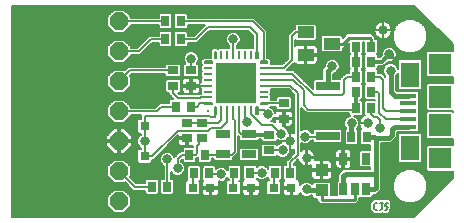
<source format=gtl>
G75*
%MOIN*%
%OFA0B0*%
%FSLAX25Y25*%
%IPPOS*%
%LPD*%
%AMOC8*
5,1,8,0,0,1.08239X$1,22.5*
%
%ADD10R,0.02756X0.03543*%
%ADD11R,0.03543X0.02756*%
%ADD12R,0.05512X0.03937*%
%ADD13R,0.03150X0.03150*%
%ADD14C,0.00551*%
%ADD15R,0.01102X0.02756*%
%ADD16R,0.02756X0.01102*%
%ADD17R,0.13780X0.13780*%
%ADD18R,0.00984X0.00984*%
%ADD19R,0.05000X0.02500*%
%ADD20R,0.04331X0.03937*%
%ADD21R,0.02717X0.03898*%
%ADD22OC8,0.05937*%
%ADD23R,0.05315X0.01575*%
%ADD24R,0.06299X0.08268*%
%ADD25R,0.07480X0.07087*%
%ADD26R,0.07480X0.07480*%
%ADD27R,0.07874X0.03150*%
%ADD28C,0.01200*%
%ADD29C,0.00600*%
%ADD30C,0.03200*%
%ADD31C,0.01600*%
%ADD32C,0.01000*%
D10*
X0051241Y0020250D03*
X0056359Y0020250D03*
X0065241Y0024750D03*
X0070359Y0024750D03*
X0078741Y0025000D03*
X0083859Y0025000D03*
X0092241Y0025000D03*
X0097359Y0025000D03*
X0117741Y0037000D03*
X0122859Y0037000D03*
X0124359Y0046500D03*
X0119241Y0046500D03*
X0119241Y0052000D03*
X0124359Y0052000D03*
X0124359Y0057000D03*
X0119241Y0057000D03*
X0119241Y0062000D03*
X0124359Y0062000D03*
X0124359Y0067000D03*
X0119241Y0067000D03*
X0064359Y0047000D03*
X0059241Y0047000D03*
X0063741Y0031000D03*
X0068859Y0031000D03*
X0060859Y0069500D03*
X0055741Y0069500D03*
X0055741Y0075500D03*
X0060859Y0075500D03*
D11*
X0058300Y0059059D03*
X0064300Y0059059D03*
X0064300Y0053941D03*
X0058300Y0053941D03*
X0063050Y0041559D03*
X0067800Y0041559D03*
X0067800Y0036441D03*
X0063050Y0036441D03*
X0090300Y0037559D03*
X0090300Y0032441D03*
X0095200Y0043041D03*
X0095200Y0048159D03*
D12*
X0102469Y0064260D03*
X0111131Y0068000D03*
X0102469Y0071740D03*
D13*
X0048800Y0040500D03*
X0048800Y0030500D03*
X0064847Y0020000D03*
X0070753Y0020000D03*
X0078347Y0020000D03*
X0084253Y0020000D03*
X0091847Y0020000D03*
X0097753Y0020000D03*
D14*
X0086466Y0044645D02*
X0086466Y0046851D01*
X0086466Y0044645D02*
X0085914Y0044645D01*
X0085914Y0046851D01*
X0086466Y0046851D01*
X0086466Y0045195D02*
X0085914Y0045195D01*
X0085914Y0045745D02*
X0086466Y0045745D01*
X0086466Y0046295D02*
X0085914Y0046295D01*
X0085914Y0046845D02*
X0086466Y0046845D01*
X0089655Y0047834D02*
X0089655Y0048386D01*
X0089655Y0047834D02*
X0087449Y0047834D01*
X0087449Y0048386D01*
X0089655Y0048386D01*
X0089655Y0048384D02*
X0087449Y0048384D01*
X0072686Y0046851D02*
X0072686Y0044645D01*
X0072134Y0044645D01*
X0072134Y0046851D01*
X0072686Y0046851D01*
X0072686Y0045195D02*
X0072134Y0045195D01*
X0072134Y0045745D02*
X0072686Y0045745D01*
X0072686Y0046295D02*
X0072134Y0046295D01*
X0072134Y0046845D02*
X0072686Y0046845D01*
X0071151Y0047834D02*
X0071151Y0048386D01*
X0071151Y0047834D02*
X0068945Y0047834D01*
X0068945Y0048386D01*
X0071151Y0048386D01*
X0071151Y0048384D02*
X0068945Y0048384D01*
X0071151Y0061614D02*
X0071151Y0062166D01*
X0071151Y0061614D02*
X0068945Y0061614D01*
X0068945Y0062166D01*
X0071151Y0062166D01*
X0071151Y0062164D02*
X0068945Y0062164D01*
X0072686Y0063149D02*
X0072686Y0065355D01*
X0072686Y0063149D02*
X0072134Y0063149D01*
X0072134Y0065355D01*
X0072686Y0065355D01*
X0072686Y0063699D02*
X0072134Y0063699D01*
X0072134Y0064249D02*
X0072686Y0064249D01*
X0072686Y0064799D02*
X0072134Y0064799D01*
X0072134Y0065349D02*
X0072686Y0065349D01*
X0086466Y0065355D02*
X0086466Y0063149D01*
X0085914Y0063149D01*
X0085914Y0065355D01*
X0086466Y0065355D01*
X0086466Y0063699D02*
X0085914Y0063699D01*
X0085914Y0064249D02*
X0086466Y0064249D01*
X0086466Y0064799D02*
X0085914Y0064799D01*
X0085914Y0065349D02*
X0086466Y0065349D01*
X0089655Y0062166D02*
X0089655Y0061614D01*
X0087449Y0061614D01*
X0087449Y0062166D01*
X0089655Y0062166D01*
X0089655Y0062164D02*
X0087449Y0062164D01*
D15*
X0084221Y0064252D03*
X0082253Y0064252D03*
X0080284Y0064252D03*
X0078316Y0064252D03*
X0076347Y0064252D03*
X0074379Y0064252D03*
X0074379Y0045748D03*
X0076347Y0045748D03*
X0078316Y0045748D03*
X0080284Y0045748D03*
X0082253Y0045748D03*
X0084221Y0045748D03*
D16*
X0088552Y0050079D03*
X0088552Y0052047D03*
X0088552Y0054016D03*
X0088552Y0055984D03*
X0088552Y0057953D03*
X0088552Y0059921D03*
X0070048Y0059921D03*
X0070048Y0057953D03*
X0070048Y0055984D03*
X0070048Y0054016D03*
X0070048Y0052047D03*
X0070048Y0050079D03*
D17*
X0079300Y0055000D03*
D18*
X0069792Y0045492D03*
D19*
X0075000Y0037800D03*
X0083600Y0037800D03*
X0083600Y0031200D03*
X0075000Y0031200D03*
D20*
X0107800Y0025846D03*
X0107800Y0019154D03*
D21*
X0115060Y0019421D03*
X0118800Y0019421D03*
X0122540Y0019421D03*
X0122540Y0029618D03*
X0115060Y0029618D03*
D22*
X0040300Y0025500D03*
X0040300Y0035500D03*
X0040300Y0045500D03*
X0040300Y0055500D03*
X0040300Y0065500D03*
X0040300Y0075500D03*
X0040300Y0015500D03*
D23*
X0136769Y0040382D03*
X0136769Y0042941D03*
X0136769Y0045500D03*
X0136769Y0048059D03*
X0136769Y0050618D03*
D24*
X0137261Y0057705D03*
X0137261Y0033295D03*
D25*
X0147300Y0029752D03*
X0147300Y0061248D03*
D26*
X0147300Y0050224D03*
X0147300Y0040776D03*
D27*
X0109800Y0037232D03*
X0109800Y0053768D03*
D28*
X0119241Y0052000D02*
X0119241Y0046500D01*
X0119241Y0057000D02*
X0119241Y0062000D01*
X0119241Y0067000D01*
X0124359Y0062000D02*
X0127800Y0062000D01*
X0130300Y0064500D01*
X0090300Y0037559D02*
X0083841Y0037559D01*
X0083600Y0037800D01*
D29*
X0138554Y0010300D02*
X0004600Y0010300D01*
X0004600Y0080700D01*
X0138554Y0080700D01*
X0151500Y0067754D01*
X0151500Y0065604D01*
X0151413Y0065691D01*
X0143187Y0065691D01*
X0142660Y0065164D01*
X0142660Y0057332D01*
X0143187Y0056805D01*
X0151413Y0056805D01*
X0151500Y0056892D01*
X0151500Y0054777D01*
X0151413Y0054865D01*
X0143187Y0054865D01*
X0142660Y0054337D01*
X0142660Y0046111D01*
X0143187Y0045584D01*
X0151413Y0045584D01*
X0151500Y0045671D01*
X0151500Y0045329D01*
X0151413Y0045416D01*
X0143187Y0045416D01*
X0142660Y0044889D01*
X0142660Y0036663D01*
X0143187Y0036135D01*
X0151413Y0036135D01*
X0151500Y0036223D01*
X0151500Y0034108D01*
X0151413Y0034195D01*
X0143187Y0034195D01*
X0142660Y0033668D01*
X0142660Y0025836D01*
X0143187Y0025309D01*
X0151413Y0025309D01*
X0151500Y0025396D01*
X0151500Y0023246D01*
X0138554Y0010300D01*
X0139041Y0010786D02*
X0004600Y0010786D01*
X0004600Y0011385D02*
X0125218Y0011385D01*
X0125303Y0011300D02*
X0126797Y0011300D01*
X0126800Y0011303D01*
X0126803Y0011300D01*
X0127797Y0011300D01*
X0128050Y0011553D01*
X0128303Y0011300D01*
X0129017Y0011300D01*
X0129208Y0011204D01*
X0129495Y0011300D01*
X0129797Y0011300D01*
X0129948Y0011451D01*
X0130151Y0011519D01*
X0130286Y0011789D01*
X0130500Y0012003D01*
X0130500Y0012217D01*
X0131096Y0013408D01*
X0130798Y0014301D01*
X0131000Y0014503D01*
X0131000Y0015497D01*
X0130297Y0016200D01*
X0129583Y0016200D01*
X0129392Y0016296D01*
X0129105Y0016200D01*
X0128803Y0016200D01*
X0128800Y0016197D01*
X0128797Y0016200D01*
X0126803Y0016200D01*
X0126800Y0016197D01*
X0126797Y0016200D01*
X0125303Y0016200D01*
X0124600Y0015497D01*
X0124100Y0014997D01*
X0124100Y0012503D01*
X0124600Y0012003D01*
X0125303Y0011300D01*
X0124620Y0011983D02*
X0042254Y0011983D01*
X0041902Y0011631D02*
X0044168Y0013898D01*
X0044168Y0017102D01*
X0041902Y0019368D01*
X0038698Y0019368D01*
X0036431Y0017102D01*
X0036431Y0013898D01*
X0038698Y0011631D01*
X0041902Y0011631D01*
X0042853Y0012582D02*
X0124100Y0012582D01*
X0124100Y0013180D02*
X0043451Y0013180D01*
X0044050Y0013779D02*
X0124100Y0013779D01*
X0124100Y0014377D02*
X0044168Y0014377D01*
X0044168Y0014976D02*
X0106844Y0014976D01*
X0107220Y0014600D02*
X0106400Y0015420D01*
X0106400Y0016285D01*
X0105262Y0016285D01*
X0104735Y0016812D01*
X0104735Y0017454D01*
X0104289Y0017454D01*
X0104216Y0017381D01*
X0103297Y0017000D01*
X0102303Y0017000D01*
X0101384Y0017381D01*
X0100681Y0018084D01*
X0100621Y0018228D01*
X0100539Y0017923D01*
X0100368Y0017627D01*
X0100126Y0017385D01*
X0099829Y0017214D01*
X0099499Y0017125D01*
X0098053Y0017125D01*
X0098053Y0019700D01*
X0097453Y0019700D01*
X0097453Y0017125D01*
X0096007Y0017125D01*
X0095676Y0017214D01*
X0095380Y0017385D01*
X0095138Y0017627D01*
X0094967Y0017923D01*
X0094878Y0018254D01*
X0094878Y0019700D01*
X0097453Y0019700D01*
X0097453Y0020300D01*
X0094878Y0020300D01*
X0094878Y0021746D01*
X0094967Y0022077D01*
X0095138Y0022373D01*
X0095351Y0022586D01*
X0095081Y0022856D01*
X0095081Y0027144D01*
X0095608Y0027672D01*
X0096100Y0027672D01*
X0096100Y0028997D01*
X0096803Y0029700D01*
X0096803Y0029700D01*
X0098600Y0031497D01*
X0098600Y0032900D01*
X0098146Y0032711D01*
X0097586Y0032600D01*
X0097400Y0032600D01*
X0097400Y0035400D01*
X0097200Y0035400D01*
X0097200Y0033239D01*
X0097300Y0032997D01*
X0097300Y0032003D01*
X0096919Y0031084D01*
X0096216Y0030381D01*
X0095297Y0030000D01*
X0094303Y0030000D01*
X0093384Y0030381D01*
X0092972Y0030793D01*
X0092972Y0030690D01*
X0092444Y0030163D01*
X0088156Y0030163D01*
X0087628Y0030690D01*
X0087628Y0034192D01*
X0088156Y0034719D01*
X0092444Y0034719D01*
X0092964Y0034199D01*
X0093384Y0034619D01*
X0094303Y0035000D01*
X0094443Y0035000D01*
X0094400Y0035214D01*
X0094400Y0035400D01*
X0097200Y0035400D01*
X0097200Y0035600D01*
X0097200Y0038400D01*
X0097014Y0038400D01*
X0096800Y0038357D01*
X0096800Y0038497D01*
X0096419Y0039416D01*
X0095716Y0040119D01*
X0094900Y0040457D01*
X0094900Y0042741D01*
X0092128Y0042741D01*
X0092128Y0041869D01*
X0091797Y0042200D01*
X0090780Y0042200D01*
X0091216Y0042381D01*
X0091919Y0043084D01*
X0092128Y0043588D01*
X0092128Y0043341D01*
X0094900Y0043341D01*
X0094900Y0045719D01*
X0093257Y0045719D01*
X0092927Y0045630D01*
X0092630Y0045459D01*
X0092388Y0045217D01*
X0092284Y0045036D01*
X0091919Y0045916D01*
X0091216Y0046619D01*
X0090514Y0046910D01*
X0092528Y0046910D01*
X0092528Y0046408D01*
X0093056Y0045881D01*
X0097344Y0045881D01*
X0097872Y0046408D01*
X0097872Y0049910D01*
X0097344Y0050437D01*
X0093056Y0050437D01*
X0092528Y0049910D01*
X0092528Y0049310D01*
X0090830Y0049310D01*
X0090830Y0051003D01*
X0090770Y0051063D01*
X0090830Y0051123D01*
X0090830Y0052816D01*
X0096787Y0052816D01*
X0098600Y0051003D01*
X0098600Y0038100D01*
X0098146Y0038289D01*
X0097586Y0038400D01*
X0097400Y0038400D01*
X0097400Y0035600D01*
X0097200Y0035600D01*
X0095039Y0035600D01*
X0094797Y0035500D01*
X0093803Y0035500D01*
X0092972Y0035844D01*
X0092972Y0035808D01*
X0092444Y0035281D01*
X0088156Y0035281D01*
X0087628Y0035808D01*
X0087628Y0036059D01*
X0086882Y0036059D01*
X0086473Y0035650D01*
X0080727Y0035650D01*
X0080200Y0036177D01*
X0080200Y0036903D01*
X0080008Y0037095D01*
X0080015Y0032514D01*
X0080016Y0032513D01*
X0080016Y0032020D01*
X0080016Y0031520D01*
X0080016Y0031520D01*
X0080016Y0031519D01*
X0079668Y0031170D01*
X0079315Y0030816D01*
X0079314Y0030816D01*
X0079000Y0030503D01*
X0078400Y0029903D01*
X0078400Y0029577D01*
X0077873Y0029050D01*
X0072127Y0029050D01*
X0071600Y0029577D01*
X0071600Y0029800D01*
X0071137Y0029800D01*
X0071137Y0028856D01*
X0070610Y0028328D01*
X0067108Y0028328D01*
X0066581Y0028856D01*
X0066581Y0030084D01*
X0066297Y0029800D01*
X0066019Y0029800D01*
X0066019Y0028856D01*
X0065492Y0028328D01*
X0061990Y0028328D01*
X0061463Y0028856D01*
X0061463Y0029466D01*
X0061000Y0029003D01*
X0061000Y0028709D01*
X0061216Y0028619D01*
X0061919Y0027916D01*
X0062300Y0026997D01*
X0062300Y0026003D01*
X0061919Y0025084D01*
X0061216Y0024381D01*
X0060297Y0024000D01*
X0059303Y0024000D01*
X0058384Y0024381D01*
X0057681Y0025084D01*
X0057559Y0025377D01*
X0057559Y0022922D01*
X0058110Y0022922D01*
X0058637Y0022394D01*
X0058637Y0018106D01*
X0058110Y0017578D01*
X0054608Y0017578D01*
X0054081Y0018106D01*
X0054081Y0022394D01*
X0054608Y0022922D01*
X0055159Y0022922D01*
X0055159Y0027267D01*
X0054884Y0027381D01*
X0054181Y0028084D01*
X0053800Y0029003D01*
X0053800Y0029997D01*
X0054181Y0030916D01*
X0054884Y0031619D01*
X0055803Y0032000D01*
X0056797Y0032000D01*
X0057716Y0031619D01*
X0058419Y0030916D01*
X0058741Y0030139D01*
X0060100Y0031497D01*
X0060803Y0032200D01*
X0061463Y0032200D01*
X0061463Y0033144D01*
X0061990Y0033672D01*
X0065100Y0033672D01*
X0065100Y0033792D01*
X0064993Y0033763D01*
X0063350Y0033763D01*
X0063350Y0036141D01*
X0062750Y0036141D01*
X0059978Y0036141D01*
X0059978Y0034892D01*
X0060067Y0034561D01*
X0060238Y0034265D01*
X0060480Y0034023D01*
X0060777Y0033852D01*
X0061107Y0033763D01*
X0062750Y0033763D01*
X0062750Y0036141D01*
X0062750Y0036741D01*
X0059978Y0036741D01*
X0059978Y0037481D01*
X0051797Y0029300D01*
X0051275Y0029300D01*
X0051275Y0028552D01*
X0050748Y0028025D01*
X0046852Y0028025D01*
X0046325Y0028552D01*
X0046325Y0032448D01*
X0046852Y0032975D01*
X0047600Y0032975D01*
X0047600Y0033291D01*
X0047384Y0033381D01*
X0046681Y0034084D01*
X0046300Y0035003D01*
X0046300Y0035997D01*
X0046681Y0036916D01*
X0047384Y0037619D01*
X0047600Y0037709D01*
X0047600Y0038025D01*
X0046852Y0038025D01*
X0046325Y0038552D01*
X0046325Y0042448D01*
X0046852Y0042975D01*
X0047600Y0042975D01*
X0047600Y0044300D01*
X0044168Y0044300D01*
X0044168Y0043898D01*
X0041902Y0041631D01*
X0038698Y0041631D01*
X0036431Y0043898D01*
X0036431Y0047102D01*
X0038698Y0049368D01*
X0041902Y0049368D01*
X0044168Y0047102D01*
X0044168Y0046700D01*
X0052303Y0046700D01*
X0053803Y0048200D01*
X0056963Y0048200D01*
X0056963Y0049144D01*
X0057490Y0049672D01*
X0058431Y0049672D01*
X0057803Y0050300D01*
X0057803Y0050300D01*
X0057100Y0051003D01*
X0057100Y0051663D01*
X0056156Y0051663D01*
X0055628Y0052190D01*
X0055628Y0055692D01*
X0056156Y0056219D01*
X0060444Y0056219D01*
X0060972Y0055692D01*
X0060972Y0052190D01*
X0060444Y0051663D01*
X0059834Y0051663D01*
X0060297Y0051200D01*
X0066645Y0051200D01*
X0066724Y0051279D01*
X0067770Y0051279D01*
X0067770Y0052526D01*
X0067630Y0052666D01*
X0067459Y0052963D01*
X0067372Y0053288D01*
X0067372Y0052392D01*
X0067283Y0052061D01*
X0067112Y0051765D01*
X0066870Y0051523D01*
X0066573Y0051352D01*
X0066243Y0051263D01*
X0064600Y0051263D01*
X0064600Y0053641D01*
X0064600Y0054241D01*
X0064000Y0054241D01*
X0064000Y0056619D01*
X0062357Y0056619D01*
X0062027Y0056530D01*
X0061730Y0056359D01*
X0061488Y0056117D01*
X0061317Y0055821D01*
X0061228Y0055490D01*
X0061228Y0054241D01*
X0064000Y0054241D01*
X0064000Y0053641D01*
X0061228Y0053641D01*
X0061228Y0052392D01*
X0061317Y0052061D01*
X0061488Y0051765D01*
X0061730Y0051523D01*
X0062027Y0051352D01*
X0062357Y0051263D01*
X0064000Y0051263D01*
X0064000Y0053641D01*
X0064600Y0053641D01*
X0067370Y0053641D01*
X0067370Y0054016D01*
X0070048Y0054016D01*
X0070048Y0054016D01*
X0067370Y0054016D01*
X0067370Y0054241D01*
X0064600Y0054241D01*
X0064600Y0056619D01*
X0066243Y0056619D01*
X0066573Y0056530D01*
X0066870Y0056359D01*
X0067112Y0056117D01*
X0067283Y0055821D01*
X0067372Y0055490D01*
X0067372Y0054744D01*
X0067459Y0055069D01*
X0067630Y0055365D01*
X0067770Y0055505D01*
X0067770Y0056908D01*
X0067830Y0056969D01*
X0067770Y0057029D01*
X0067770Y0058877D01*
X0067830Y0058937D01*
X0067770Y0058997D01*
X0067770Y0060845D01*
X0067911Y0060986D01*
X0067770Y0061127D01*
X0067770Y0062652D01*
X0068459Y0063341D01*
X0070959Y0063341D01*
X0070959Y0065841D01*
X0071648Y0066530D01*
X0073173Y0066530D01*
X0073314Y0066389D01*
X0073455Y0066530D01*
X0075303Y0066530D01*
X0075363Y0066470D01*
X0075423Y0066530D01*
X0077100Y0066530D01*
X0077100Y0067291D01*
X0076884Y0067381D01*
X0076181Y0068084D01*
X0075800Y0069003D01*
X0075800Y0069997D01*
X0076181Y0070916D01*
X0076884Y0071619D01*
X0077803Y0072000D01*
X0078797Y0072000D01*
X0079716Y0071619D01*
X0080419Y0070916D01*
X0080800Y0069997D01*
X0080800Y0069003D01*
X0080419Y0068084D01*
X0079716Y0067381D01*
X0079500Y0067291D01*
X0079500Y0066530D01*
X0081208Y0066530D01*
X0081269Y0066470D01*
X0081329Y0066530D01*
X0083177Y0066530D01*
X0083237Y0066470D01*
X0083297Y0066530D01*
X0084990Y0066530D01*
X0084990Y0070613D01*
X0083303Y0072300D01*
X0070297Y0072300D01*
X0067000Y0069003D01*
X0066297Y0068300D01*
X0063137Y0068300D01*
X0063137Y0067356D01*
X0062610Y0066828D01*
X0059108Y0066828D01*
X0058581Y0067356D01*
X0058581Y0071644D01*
X0059108Y0072172D01*
X0062610Y0072172D01*
X0063137Y0071644D01*
X0063137Y0070700D01*
X0065303Y0070700D01*
X0068903Y0074300D01*
X0063137Y0074300D01*
X0063137Y0073356D01*
X0062610Y0072828D01*
X0059108Y0072828D01*
X0058581Y0073356D01*
X0058581Y0077644D01*
X0059108Y0078172D01*
X0062610Y0078172D01*
X0063137Y0077644D01*
X0063137Y0076700D01*
X0085297Y0076700D01*
X0086000Y0075997D01*
X0089752Y0072245D01*
X0089752Y0063341D01*
X0090141Y0063341D01*
X0090830Y0062652D01*
X0090830Y0061127D01*
X0090824Y0061121D01*
X0094724Y0061121D01*
X0096600Y0062997D01*
X0096600Y0070997D01*
X0097303Y0071700D01*
X0097303Y0071700D01*
X0097600Y0071997D01*
X0097600Y0071997D01*
X0097840Y0072237D01*
X0097840Y0072237D01*
X0098543Y0072940D01*
X0098813Y0072940D01*
X0098813Y0074081D01*
X0099341Y0074609D01*
X0105598Y0074609D01*
X0106125Y0074081D01*
X0106125Y0069399D01*
X0105598Y0068872D01*
X0099341Y0068872D01*
X0099000Y0069212D01*
X0099000Y0067318D01*
X0099212Y0067440D01*
X0099542Y0067528D01*
X0102169Y0067528D01*
X0102169Y0064560D01*
X0102769Y0064560D01*
X0102769Y0067528D01*
X0105396Y0067528D01*
X0105727Y0067440D01*
X0106023Y0067269D01*
X0106265Y0067027D01*
X0106437Y0066730D01*
X0106525Y0066399D01*
X0106525Y0064560D01*
X0102769Y0064560D01*
X0102769Y0063960D01*
X0102769Y0060991D01*
X0105396Y0060991D01*
X0105727Y0061080D01*
X0106023Y0061251D01*
X0106265Y0061493D01*
X0106437Y0061790D01*
X0106525Y0062120D01*
X0106525Y0063960D01*
X0102769Y0063960D01*
X0102169Y0063960D01*
X0102169Y0060991D01*
X0099542Y0060991D01*
X0099212Y0061080D01*
X0098915Y0061251D01*
X0098673Y0061493D01*
X0098606Y0061609D01*
X0098297Y0061300D01*
X0096150Y0059153D01*
X0098594Y0059153D01*
X0104963Y0052784D01*
X0104963Y0055715D01*
X0105490Y0056243D01*
X0108100Y0056243D01*
X0108100Y0059704D01*
X0108800Y0060404D01*
X0108800Y0060997D01*
X0109181Y0061916D01*
X0109884Y0062619D01*
X0110803Y0063000D01*
X0111797Y0063000D01*
X0112716Y0062619D01*
X0113419Y0061916D01*
X0113800Y0060997D01*
X0113800Y0060003D01*
X0113419Y0059084D01*
X0112716Y0058381D01*
X0111797Y0058000D01*
X0111500Y0058000D01*
X0111500Y0056243D01*
X0114100Y0056243D01*
X0114100Y0056497D01*
X0115803Y0058200D01*
X0116963Y0058200D01*
X0116963Y0059144D01*
X0117319Y0059500D01*
X0116963Y0059856D01*
X0116963Y0064144D01*
X0117319Y0064500D01*
X0116963Y0064856D01*
X0116963Y0068183D01*
X0116200Y0067420D01*
X0115380Y0066600D01*
X0114787Y0066600D01*
X0114787Y0065659D01*
X0114259Y0065131D01*
X0108002Y0065131D01*
X0107475Y0065659D01*
X0107475Y0070341D01*
X0108002Y0070868D01*
X0114259Y0070868D01*
X0114787Y0070341D01*
X0114787Y0069966D01*
X0116220Y0071400D01*
X0124380Y0071400D01*
X0125200Y0070580D01*
X0125759Y0070021D01*
X0125759Y0069672D01*
X0126110Y0069672D01*
X0126637Y0069144D01*
X0126637Y0064856D01*
X0126281Y0064500D01*
X0126637Y0064144D01*
X0126637Y0063500D01*
X0127179Y0063500D01*
X0127800Y0064121D01*
X0127800Y0064997D01*
X0128181Y0065916D01*
X0128884Y0066619D01*
X0129803Y0067000D01*
X0130797Y0067000D01*
X0131716Y0066619D01*
X0132419Y0065916D01*
X0132800Y0064997D01*
X0132800Y0064003D01*
X0132419Y0063084D01*
X0131716Y0062381D01*
X0130797Y0062000D01*
X0129921Y0062000D01*
X0129300Y0061379D01*
X0128421Y0060500D01*
X0126637Y0060500D01*
X0126637Y0059856D01*
X0126281Y0059500D01*
X0126637Y0059144D01*
X0126637Y0058200D01*
X0127797Y0058200D01*
X0128797Y0057200D01*
X0129100Y0056897D01*
X0129100Y0057164D01*
X0128681Y0057584D01*
X0128300Y0058503D01*
X0128300Y0059497D01*
X0128681Y0060416D01*
X0129384Y0061119D01*
X0130303Y0061500D01*
X0131297Y0061500D01*
X0132216Y0061119D01*
X0132919Y0060416D01*
X0133211Y0059712D01*
X0133211Y0062211D01*
X0133738Y0062739D01*
X0140783Y0062739D01*
X0141310Y0062211D01*
X0141310Y0053198D01*
X0140783Y0052671D01*
X0133738Y0052671D01*
X0133211Y0053198D01*
X0133211Y0058288D01*
X0132919Y0057584D01*
X0132500Y0057164D01*
X0132500Y0052704D01*
X0132886Y0052318D01*
X0137473Y0052318D01*
X0137485Y0052305D01*
X0139799Y0052305D01*
X0140326Y0051778D01*
X0140326Y0049458D01*
X0140207Y0049339D01*
X0140326Y0049219D01*
X0140326Y0046899D01*
X0140207Y0046780D01*
X0140326Y0046660D01*
X0140326Y0044340D01*
X0140207Y0044220D01*
X0140326Y0044101D01*
X0140326Y0041781D01*
X0140207Y0041661D01*
X0140326Y0041542D01*
X0140326Y0039222D01*
X0139799Y0038694D01*
X0137485Y0038694D01*
X0137473Y0038682D01*
X0133000Y0038682D01*
X0133000Y0036796D01*
X0132000Y0035796D01*
X0131004Y0034800D01*
X0127500Y0034800D01*
X0127500Y0019296D01*
X0126504Y0018300D01*
X0125925Y0017721D01*
X0124798Y0017721D01*
X0124798Y0017100D01*
X0124271Y0016572D01*
X0120809Y0016572D01*
X0120670Y0016711D01*
X0120531Y0016572D01*
X0120200Y0016572D01*
X0120200Y0015420D01*
X0119380Y0014600D01*
X0107220Y0014600D01*
X0106400Y0015574D02*
X0044168Y0015574D01*
X0044168Y0016173D02*
X0106400Y0016173D01*
X0104775Y0016771D02*
X0044168Y0016771D01*
X0043901Y0017370D02*
X0068406Y0017370D01*
X0068380Y0017385D02*
X0068676Y0017214D01*
X0069007Y0017125D01*
X0070453Y0017125D01*
X0070453Y0019700D01*
X0071053Y0019700D01*
X0071053Y0020300D01*
X0073628Y0020300D01*
X0073628Y0021746D01*
X0073539Y0022077D01*
X0073514Y0022120D01*
X0073803Y0022000D01*
X0074797Y0022000D01*
X0075716Y0022381D01*
X0076419Y0023084D01*
X0076463Y0023189D01*
X0076463Y0022856D01*
X0076844Y0022475D01*
X0076400Y0022475D01*
X0075872Y0021948D01*
X0075872Y0018052D01*
X0076400Y0017525D01*
X0080295Y0017525D01*
X0080822Y0018052D01*
X0080822Y0021948D01*
X0080441Y0022328D01*
X0080492Y0022328D01*
X0081019Y0022856D01*
X0081019Y0027144D01*
X0080492Y0027672D01*
X0076990Y0027672D01*
X0076463Y0027144D01*
X0076463Y0025811D01*
X0076419Y0025916D01*
X0075716Y0026619D01*
X0074797Y0027000D01*
X0073803Y0027000D01*
X0072884Y0026619D01*
X0072637Y0026373D01*
X0072637Y0026894D01*
X0072110Y0027422D01*
X0068608Y0027422D01*
X0068081Y0026894D01*
X0068081Y0022606D01*
X0068226Y0022461D01*
X0068138Y0022373D01*
X0067967Y0022077D01*
X0067878Y0021746D01*
X0067878Y0020300D01*
X0070453Y0020300D01*
X0070453Y0019700D01*
X0067878Y0019700D01*
X0067878Y0018254D01*
X0067967Y0017923D01*
X0068138Y0017627D01*
X0068380Y0017385D01*
X0067954Y0017968D02*
X0067238Y0017968D01*
X0067322Y0018052D02*
X0067322Y0021948D01*
X0067091Y0022178D01*
X0067519Y0022606D01*
X0067519Y0026894D01*
X0066992Y0027422D01*
X0063490Y0027422D01*
X0062963Y0026894D01*
X0062963Y0022606D01*
X0063094Y0022475D01*
X0062900Y0022475D01*
X0062372Y0021948D01*
X0062372Y0018052D01*
X0062900Y0017525D01*
X0066795Y0017525D01*
X0067322Y0018052D01*
X0067322Y0018567D02*
X0067878Y0018567D01*
X0067878Y0019166D02*
X0067322Y0019166D01*
X0067322Y0019764D02*
X0070453Y0019764D01*
X0070453Y0019166D02*
X0071053Y0019166D01*
X0071053Y0019700D02*
X0071053Y0017125D01*
X0072499Y0017125D01*
X0072829Y0017214D01*
X0073126Y0017385D01*
X0073368Y0017627D01*
X0073539Y0017923D01*
X0073628Y0018254D01*
X0073628Y0019700D01*
X0071053Y0019700D01*
X0071053Y0019764D02*
X0075872Y0019764D01*
X0075872Y0019166D02*
X0073628Y0019166D01*
X0073628Y0018567D02*
X0075872Y0018567D01*
X0075956Y0017968D02*
X0073551Y0017968D01*
X0073100Y0017370D02*
X0081906Y0017370D01*
X0081880Y0017385D02*
X0082176Y0017214D01*
X0082507Y0017125D01*
X0083953Y0017125D01*
X0083953Y0019700D01*
X0084553Y0019700D01*
X0084553Y0020300D01*
X0087128Y0020300D01*
X0087128Y0021746D01*
X0087039Y0022077D01*
X0086868Y0022373D01*
X0086626Y0022615D01*
X0086329Y0022786D01*
X0086123Y0022841D01*
X0086137Y0022856D01*
X0086137Y0023127D01*
X0086384Y0022881D01*
X0087303Y0022500D01*
X0088297Y0022500D01*
X0089216Y0022881D01*
X0089919Y0023584D01*
X0089963Y0023689D01*
X0089963Y0022856D01*
X0090344Y0022475D01*
X0089900Y0022475D01*
X0089372Y0021948D01*
X0089372Y0018052D01*
X0089900Y0017525D01*
X0093795Y0017525D01*
X0094322Y0018052D01*
X0094322Y0021948D01*
X0093941Y0022328D01*
X0093992Y0022328D01*
X0094519Y0022856D01*
X0094519Y0027144D01*
X0093992Y0027672D01*
X0090490Y0027672D01*
X0089963Y0027144D01*
X0089963Y0026311D01*
X0089919Y0026416D01*
X0089216Y0027119D01*
X0088297Y0027500D01*
X0087303Y0027500D01*
X0086384Y0027119D01*
X0086137Y0026873D01*
X0086137Y0027144D01*
X0085610Y0027672D01*
X0082108Y0027672D01*
X0081581Y0027144D01*
X0081581Y0022856D01*
X0081851Y0022586D01*
X0081638Y0022373D01*
X0081467Y0022077D01*
X0081378Y0021746D01*
X0081378Y0020300D01*
X0083953Y0020300D01*
X0083953Y0019700D01*
X0081378Y0019700D01*
X0081378Y0018254D01*
X0081467Y0017923D01*
X0081638Y0017627D01*
X0081880Y0017385D01*
X0081454Y0017968D02*
X0080738Y0017968D01*
X0080822Y0018567D02*
X0081378Y0018567D01*
X0081378Y0019166D02*
X0080822Y0019166D01*
X0080822Y0019764D02*
X0083953Y0019764D01*
X0083953Y0019166D02*
X0084553Y0019166D01*
X0084553Y0019700D02*
X0084553Y0017125D01*
X0085999Y0017125D01*
X0086329Y0017214D01*
X0086626Y0017385D01*
X0086868Y0017627D01*
X0087039Y0017923D01*
X0087128Y0018254D01*
X0087128Y0019700D01*
X0084553Y0019700D01*
X0084553Y0019764D02*
X0089372Y0019764D01*
X0089372Y0019166D02*
X0087128Y0019166D01*
X0087128Y0018567D02*
X0089372Y0018567D01*
X0089456Y0017968D02*
X0087051Y0017968D01*
X0086600Y0017370D02*
X0095406Y0017370D01*
X0094954Y0017968D02*
X0094238Y0017968D01*
X0094322Y0018567D02*
X0094878Y0018567D01*
X0094878Y0019166D02*
X0094322Y0019166D01*
X0094322Y0019764D02*
X0097453Y0019764D01*
X0097453Y0019166D02*
X0098053Y0019166D01*
X0098053Y0018567D02*
X0097453Y0018567D01*
X0097453Y0017968D02*
X0098053Y0017968D01*
X0098053Y0017370D02*
X0097453Y0017370D01*
X0100100Y0017370D02*
X0101410Y0017370D01*
X0100796Y0017968D02*
X0100551Y0017968D01*
X0100628Y0020788D02*
X0100628Y0021746D01*
X0100539Y0022077D01*
X0100368Y0022373D01*
X0100126Y0022615D01*
X0099829Y0022786D01*
X0099623Y0022841D01*
X0099637Y0022856D01*
X0099637Y0027144D01*
X0099110Y0027672D01*
X0098500Y0027672D01*
X0098500Y0028003D01*
X0099952Y0029455D01*
X0100011Y0029154D01*
X0100230Y0028626D01*
X0100547Y0028151D01*
X0100951Y0027747D01*
X0101426Y0027430D01*
X0101954Y0027211D01*
X0102514Y0027100D01*
X0102700Y0027100D01*
X0102700Y0029900D01*
X0102900Y0029900D01*
X0102900Y0030100D01*
X0102700Y0030100D01*
X0102700Y0032900D01*
X0102514Y0032900D01*
X0101954Y0032789D01*
X0101426Y0032570D01*
X0101000Y0032285D01*
X0101000Y0034833D01*
X0101803Y0034500D01*
X0102797Y0034500D01*
X0103716Y0034881D01*
X0104419Y0035584D01*
X0104509Y0035800D01*
X0104963Y0035800D01*
X0104963Y0035285D01*
X0105490Y0034757D01*
X0114110Y0034757D01*
X0114637Y0035285D01*
X0114637Y0039180D01*
X0114110Y0039707D01*
X0105490Y0039707D01*
X0104963Y0039180D01*
X0104963Y0038200D01*
X0104509Y0038200D01*
X0104419Y0038416D01*
X0103716Y0039119D01*
X0102797Y0039500D01*
X0101803Y0039500D01*
X0101000Y0039167D01*
X0101000Y0046603D01*
X0102100Y0045503D01*
X0102803Y0044800D01*
X0116963Y0044800D01*
X0116963Y0044356D01*
X0117319Y0044000D01*
X0117303Y0044000D01*
X0116384Y0043619D01*
X0115681Y0042916D01*
X0115300Y0041997D01*
X0115300Y0041003D01*
X0115681Y0040084D01*
X0116041Y0039724D01*
X0116041Y0039672D01*
X0115990Y0039672D01*
X0115463Y0039144D01*
X0115463Y0034856D01*
X0115990Y0034328D01*
X0119492Y0034328D01*
X0120019Y0034856D01*
X0120019Y0039144D01*
X0119499Y0039664D01*
X0119919Y0040084D01*
X0120300Y0041003D01*
X0120300Y0041997D01*
X0119919Y0042916D01*
X0119216Y0043619D01*
X0118712Y0043828D01*
X0120992Y0043828D01*
X0121519Y0044356D01*
X0121519Y0048644D01*
X0120992Y0049172D01*
X0120741Y0049172D01*
X0120741Y0049328D01*
X0120992Y0049328D01*
X0121519Y0049856D01*
X0121519Y0054144D01*
X0121163Y0054500D01*
X0121519Y0054856D01*
X0121519Y0059144D01*
X0121163Y0059500D01*
X0121519Y0059856D01*
X0121519Y0064144D01*
X0121163Y0064500D01*
X0121519Y0064856D01*
X0121519Y0068600D01*
X0122081Y0068600D01*
X0122081Y0064856D01*
X0122437Y0064500D01*
X0122081Y0064144D01*
X0122081Y0059856D01*
X0122437Y0059500D01*
X0122081Y0059144D01*
X0122081Y0054856D01*
X0122437Y0054500D01*
X0122081Y0054144D01*
X0122081Y0049856D01*
X0122608Y0049328D01*
X0125600Y0049328D01*
X0125600Y0049172D01*
X0122608Y0049172D01*
X0122081Y0048644D01*
X0122081Y0044356D01*
X0122238Y0044199D01*
X0121926Y0044070D01*
X0121451Y0043753D01*
X0121047Y0043349D01*
X0120730Y0042874D01*
X0120511Y0042346D01*
X0120400Y0041786D01*
X0120400Y0041600D01*
X0123200Y0041600D01*
X0123200Y0041400D01*
X0120400Y0041400D01*
X0120400Y0041214D01*
X0120511Y0040654D01*
X0120730Y0040126D01*
X0121047Y0039651D01*
X0121068Y0039631D01*
X0120581Y0039144D01*
X0120581Y0034856D01*
X0121108Y0034328D01*
X0124100Y0034328D01*
X0124100Y0032467D01*
X0120809Y0032467D01*
X0120282Y0031940D01*
X0120282Y0027296D01*
X0120809Y0026769D01*
X0124100Y0026769D01*
X0124100Y0026200D01*
X0115096Y0026200D01*
X0114100Y0025204D01*
X0113360Y0024464D01*
X0113360Y0022270D01*
X0113329Y0022270D01*
X0112802Y0021743D01*
X0112802Y0017400D01*
X0110865Y0017400D01*
X0110865Y0021495D01*
X0110338Y0022022D01*
X0105262Y0022022D01*
X0104735Y0021495D01*
X0104735Y0021101D01*
X0104216Y0021619D01*
X0103297Y0022000D01*
X0102303Y0022000D01*
X0101384Y0021619D01*
X0100681Y0020916D01*
X0100628Y0020788D01*
X0100628Y0020961D02*
X0100726Y0020961D01*
X0100628Y0021560D02*
X0101324Y0021560D01*
X0100492Y0022158D02*
X0113217Y0022158D01*
X0113360Y0022757D02*
X0110623Y0022757D01*
X0110764Y0022838D02*
X0111006Y0023080D01*
X0111177Y0023376D01*
X0111265Y0023707D01*
X0111265Y0025546D01*
X0108100Y0025546D01*
X0108100Y0022578D01*
X0110137Y0022578D01*
X0110467Y0022667D01*
X0110764Y0022838D01*
X0111165Y0023355D02*
X0113360Y0023355D01*
X0113360Y0023954D02*
X0111265Y0023954D01*
X0111265Y0024552D02*
X0113448Y0024552D01*
X0114046Y0025151D02*
X0111265Y0025151D01*
X0111265Y0026146D02*
X0111265Y0027986D01*
X0111177Y0028317D01*
X0111006Y0028613D01*
X0110764Y0028855D01*
X0110467Y0029026D01*
X0110137Y0029115D01*
X0108100Y0029115D01*
X0108100Y0026146D01*
X0111265Y0026146D01*
X0111265Y0026348D02*
X0124100Y0026348D01*
X0127500Y0026348D02*
X0142660Y0026348D01*
X0142660Y0026946D02*
X0127500Y0026946D01*
X0127500Y0027545D02*
X0142660Y0027545D01*
X0142660Y0028143D02*
X0127500Y0028143D01*
X0127500Y0028742D02*
X0133258Y0028742D01*
X0133211Y0028789D02*
X0133738Y0028261D01*
X0140783Y0028261D01*
X0141310Y0028789D01*
X0141310Y0037802D01*
X0140783Y0038329D01*
X0133738Y0038329D01*
X0133211Y0037802D01*
X0133211Y0028789D01*
X0133211Y0029340D02*
X0127500Y0029340D01*
X0127500Y0029939D02*
X0133211Y0029939D01*
X0133211Y0030537D02*
X0127500Y0030537D01*
X0127500Y0031136D02*
X0133211Y0031136D01*
X0133211Y0031734D02*
X0127500Y0031734D01*
X0127500Y0032333D02*
X0133211Y0032333D01*
X0133211Y0032931D02*
X0127500Y0032931D01*
X0127500Y0033530D02*
X0133211Y0033530D01*
X0133211Y0034128D02*
X0127500Y0034128D01*
X0127500Y0034727D02*
X0133211Y0034727D01*
X0133211Y0035325D02*
X0131529Y0035325D01*
X0132128Y0035924D02*
X0133211Y0035924D01*
X0133211Y0036522D02*
X0132726Y0036522D01*
X0133000Y0037121D02*
X0133211Y0037121D01*
X0133211Y0037719D02*
X0133000Y0037719D01*
X0133000Y0038318D02*
X0133727Y0038318D01*
X0140021Y0038916D02*
X0142660Y0038916D01*
X0142660Y0038318D02*
X0140794Y0038318D01*
X0141310Y0037719D02*
X0142660Y0037719D01*
X0142660Y0037121D02*
X0141310Y0037121D01*
X0141310Y0036522D02*
X0142800Y0036522D01*
X0141310Y0035924D02*
X0151500Y0035924D01*
X0151500Y0035325D02*
X0141310Y0035325D01*
X0141310Y0034727D02*
X0151500Y0034727D01*
X0151480Y0034128D02*
X0151500Y0034128D01*
X0143120Y0034128D02*
X0141310Y0034128D01*
X0141310Y0033530D02*
X0142660Y0033530D01*
X0142660Y0032931D02*
X0141310Y0032931D01*
X0141310Y0032333D02*
X0142660Y0032333D01*
X0142660Y0031734D02*
X0141310Y0031734D01*
X0141310Y0031136D02*
X0142660Y0031136D01*
X0142660Y0030537D02*
X0141310Y0030537D01*
X0141310Y0029939D02*
X0142660Y0029939D01*
X0142660Y0029340D02*
X0141310Y0029340D01*
X0141263Y0028742D02*
X0142660Y0028742D01*
X0140550Y0025364D02*
X0138441Y0026237D01*
X0136159Y0026237D01*
X0134050Y0025364D01*
X0132436Y0023750D01*
X0131563Y0021641D01*
X0131563Y0019359D01*
X0132436Y0017250D01*
X0134050Y0015636D01*
X0136159Y0014763D01*
X0138441Y0014763D01*
X0140550Y0015636D01*
X0142164Y0017250D01*
X0143037Y0019359D01*
X0143037Y0021641D01*
X0142164Y0023750D01*
X0140550Y0025364D01*
X0140763Y0025151D02*
X0151500Y0025151D01*
X0151500Y0024552D02*
X0141361Y0024552D01*
X0141960Y0023954D02*
X0151500Y0023954D01*
X0151500Y0023355D02*
X0142327Y0023355D01*
X0142575Y0022757D02*
X0151011Y0022757D01*
X0150412Y0022158D02*
X0142823Y0022158D01*
X0143037Y0021560D02*
X0149814Y0021560D01*
X0149215Y0020961D02*
X0143037Y0020961D01*
X0143037Y0020363D02*
X0148617Y0020363D01*
X0148018Y0019764D02*
X0143037Y0019764D01*
X0142957Y0019166D02*
X0147420Y0019166D01*
X0146821Y0018567D02*
X0142709Y0018567D01*
X0142461Y0017968D02*
X0146223Y0017968D01*
X0145624Y0017370D02*
X0142213Y0017370D01*
X0141685Y0016771D02*
X0145026Y0016771D01*
X0144427Y0016173D02*
X0141086Y0016173D01*
X0140400Y0015574D02*
X0143829Y0015574D01*
X0143230Y0014976D02*
X0138955Y0014976D01*
X0140836Y0012582D02*
X0130683Y0012582D01*
X0130480Y0011983D02*
X0140238Y0011983D01*
X0139639Y0011385D02*
X0129882Y0011385D01*
X0129300Y0012500D02*
X0128800Y0012500D01*
X0129300Y0012500D02*
X0129800Y0013500D01*
X0128800Y0014000D01*
X0129300Y0015000D01*
X0129800Y0015000D01*
X0131000Y0014976D02*
X0135645Y0014976D01*
X0134200Y0015574D02*
X0130923Y0015574D01*
X0130324Y0016173D02*
X0133514Y0016173D01*
X0132915Y0016771D02*
X0124470Y0016771D01*
X0124798Y0017370D02*
X0132387Y0017370D01*
X0132139Y0017968D02*
X0126173Y0017968D01*
X0126771Y0018567D02*
X0131891Y0018567D01*
X0131643Y0019166D02*
X0127370Y0019166D01*
X0127500Y0019764D02*
X0131563Y0019764D01*
X0131563Y0020363D02*
X0127500Y0020363D01*
X0127500Y0020961D02*
X0131563Y0020961D01*
X0131563Y0021560D02*
X0127500Y0021560D01*
X0127500Y0022158D02*
X0131777Y0022158D01*
X0132025Y0022757D02*
X0127500Y0022757D01*
X0127500Y0023355D02*
X0132273Y0023355D01*
X0132640Y0023954D02*
X0127500Y0023954D01*
X0127500Y0024552D02*
X0133239Y0024552D01*
X0133837Y0025151D02*
X0127500Y0025151D01*
X0127500Y0025749D02*
X0134981Y0025749D01*
X0139619Y0025749D02*
X0142747Y0025749D01*
X0128300Y0015000D02*
X0127800Y0015000D01*
X0127800Y0013000D01*
X0127300Y0012500D01*
X0126300Y0012500D02*
X0125800Y0012500D01*
X0125300Y0013000D01*
X0125300Y0014500D01*
X0125800Y0015000D01*
X0126300Y0015000D01*
X0127300Y0015000D02*
X0127800Y0015000D01*
X0125276Y0016173D02*
X0120200Y0016173D01*
X0120200Y0015574D02*
X0124677Y0015574D01*
X0124600Y0015497D02*
X0124600Y0015497D01*
X0124100Y0014976D02*
X0119756Y0014976D01*
X0112802Y0017968D02*
X0110865Y0017968D01*
X0110865Y0018567D02*
X0112802Y0018567D01*
X0112802Y0019166D02*
X0110865Y0019166D01*
X0110865Y0019764D02*
X0112802Y0019764D01*
X0112802Y0020363D02*
X0110865Y0020363D01*
X0110865Y0020961D02*
X0112802Y0020961D01*
X0112802Y0021560D02*
X0110801Y0021560D01*
X0108100Y0022757D02*
X0107500Y0022757D01*
X0107500Y0022578D02*
X0107500Y0025546D01*
X0108100Y0025546D01*
X0108100Y0026146D01*
X0107500Y0026146D01*
X0107500Y0025546D01*
X0104335Y0025546D01*
X0104335Y0023707D01*
X0104423Y0023376D01*
X0104594Y0023080D01*
X0104836Y0022838D01*
X0105133Y0022667D01*
X0105463Y0022578D01*
X0107500Y0022578D01*
X0107500Y0023355D02*
X0108100Y0023355D01*
X0108100Y0023954D02*
X0107500Y0023954D01*
X0107500Y0024552D02*
X0108100Y0024552D01*
X0108100Y0025151D02*
X0107500Y0025151D01*
X0107500Y0025749D02*
X0099637Y0025749D01*
X0099637Y0025151D02*
X0104335Y0025151D01*
X0104335Y0024552D02*
X0099637Y0024552D01*
X0099637Y0023954D02*
X0104335Y0023954D01*
X0104435Y0023355D02*
X0099637Y0023355D01*
X0099881Y0022757D02*
X0104977Y0022757D01*
X0104799Y0021560D02*
X0104276Y0021560D01*
X0104190Y0017370D02*
X0104735Y0017370D01*
X0094878Y0020363D02*
X0094322Y0020363D01*
X0094322Y0020961D02*
X0094878Y0020961D01*
X0094878Y0021560D02*
X0094322Y0021560D01*
X0094112Y0022158D02*
X0095014Y0022158D01*
X0095180Y0022757D02*
X0094420Y0022757D01*
X0094519Y0023355D02*
X0095081Y0023355D01*
X0095081Y0023954D02*
X0094519Y0023954D01*
X0094519Y0024552D02*
X0095081Y0024552D01*
X0095081Y0025151D02*
X0094519Y0025151D01*
X0094519Y0025749D02*
X0095081Y0025749D01*
X0095081Y0026348D02*
X0094519Y0026348D01*
X0094519Y0026946D02*
X0095081Y0026946D01*
X0095481Y0027545D02*
X0094119Y0027545D01*
X0096100Y0028143D02*
X0061692Y0028143D01*
X0061577Y0028742D02*
X0061000Y0028742D01*
X0061337Y0029340D02*
X0061463Y0029340D01*
X0061300Y0031000D02*
X0063741Y0031000D01*
X0065800Y0031000D01*
X0066300Y0031500D01*
X0066300Y0034000D01*
X0066800Y0034500D01*
X0066800Y0035441D01*
X0067800Y0036441D01*
X0063350Y0035924D02*
X0062750Y0035924D01*
X0062750Y0036522D02*
X0059019Y0036522D01*
X0058421Y0035924D02*
X0059978Y0035924D01*
X0059978Y0035325D02*
X0057822Y0035325D01*
X0057224Y0034727D02*
X0060023Y0034727D01*
X0060375Y0034128D02*
X0056625Y0034128D01*
X0056027Y0033530D02*
X0061848Y0033530D01*
X0061463Y0032931D02*
X0055428Y0032931D01*
X0054830Y0032333D02*
X0061463Y0032333D01*
X0060337Y0031734D02*
X0057439Y0031734D01*
X0058200Y0031136D02*
X0059739Y0031136D01*
X0059140Y0030537D02*
X0058576Y0030537D01*
X0059800Y0029500D02*
X0061300Y0031000D01*
X0059800Y0029500D02*
X0059800Y0026500D01*
X0062073Y0027545D02*
X0076863Y0027545D01*
X0076463Y0026946D02*
X0074927Y0026946D01*
X0075988Y0026348D02*
X0076463Y0026348D01*
X0078347Y0024606D02*
X0078741Y0025000D01*
X0078347Y0024606D02*
X0078347Y0020000D01*
X0080822Y0020363D02*
X0081378Y0020363D01*
X0081378Y0020961D02*
X0080822Y0020961D01*
X0080822Y0021560D02*
X0081378Y0021560D01*
X0081514Y0022158D02*
X0080612Y0022158D01*
X0080920Y0022757D02*
X0081680Y0022757D01*
X0081581Y0023355D02*
X0081019Y0023355D01*
X0081019Y0023954D02*
X0081581Y0023954D01*
X0081581Y0024552D02*
X0081019Y0024552D01*
X0081019Y0025151D02*
X0081581Y0025151D01*
X0081581Y0025749D02*
X0081019Y0025749D01*
X0081019Y0026348D02*
X0081581Y0026348D01*
X0081581Y0026946D02*
X0081019Y0026946D01*
X0080619Y0027545D02*
X0081981Y0027545D01*
X0080727Y0029050D02*
X0086473Y0029050D01*
X0087000Y0029577D01*
X0087000Y0032823D01*
X0086473Y0033350D01*
X0080727Y0033350D01*
X0080200Y0032823D01*
X0080200Y0029577D01*
X0080727Y0029050D01*
X0080437Y0029340D02*
X0078163Y0029340D01*
X0078436Y0029939D02*
X0080200Y0029939D01*
X0080200Y0030537D02*
X0079034Y0030537D01*
X0079633Y0031136D02*
X0080200Y0031136D01*
X0080200Y0031734D02*
X0080016Y0031734D01*
X0080016Y0032333D02*
X0080200Y0032333D01*
X0080308Y0032931D02*
X0080014Y0032931D01*
X0080013Y0033530D02*
X0087628Y0033530D01*
X0087628Y0034128D02*
X0080013Y0034128D01*
X0080012Y0034727D02*
X0093643Y0034727D01*
X0094400Y0035325D02*
X0092489Y0035325D01*
X0090359Y0032500D02*
X0094800Y0032500D01*
X0097300Y0032333D02*
X0098600Y0032333D01*
X0098600Y0031734D02*
X0097189Y0031734D01*
X0096941Y0031136D02*
X0098239Y0031136D01*
X0097640Y0030537D02*
X0096373Y0030537D01*
X0097042Y0029939D02*
X0087000Y0029939D01*
X0087000Y0030537D02*
X0087781Y0030537D01*
X0087628Y0031136D02*
X0087000Y0031136D01*
X0087000Y0031734D02*
X0087628Y0031734D01*
X0087628Y0032333D02*
X0087000Y0032333D01*
X0086892Y0032931D02*
X0087628Y0032931D01*
X0088111Y0035325D02*
X0080011Y0035325D01*
X0080010Y0035924D02*
X0080453Y0035924D01*
X0080200Y0036522D02*
X0080009Y0036522D01*
X0080800Y0038000D02*
X0083400Y0038000D01*
X0083600Y0037800D01*
X0080800Y0038000D02*
X0080284Y0038516D01*
X0080284Y0045748D01*
X0078316Y0045748D02*
X0078316Y0042984D01*
X0078800Y0042500D01*
X0078816Y0032016D01*
X0077800Y0031000D01*
X0075200Y0031000D01*
X0075000Y0031200D01*
X0074800Y0031000D01*
X0068859Y0031000D01*
X0066581Y0029939D02*
X0066436Y0029939D01*
X0066581Y0029340D02*
X0066019Y0029340D01*
X0065905Y0028742D02*
X0066695Y0028742D01*
X0067467Y0026946D02*
X0068133Y0026946D01*
X0068081Y0026348D02*
X0067519Y0026348D01*
X0067519Y0025749D02*
X0068081Y0025749D01*
X0068081Y0025151D02*
X0067519Y0025151D01*
X0067519Y0024552D02*
X0068081Y0024552D01*
X0068081Y0023954D02*
X0067519Y0023954D01*
X0067519Y0023355D02*
X0068081Y0023355D01*
X0068081Y0022757D02*
X0067519Y0022757D01*
X0067112Y0022158D02*
X0068014Y0022158D01*
X0067878Y0021560D02*
X0067322Y0021560D01*
X0067322Y0020961D02*
X0067878Y0020961D01*
X0067878Y0020363D02*
X0067322Y0020363D01*
X0064847Y0020000D02*
X0064847Y0023856D01*
X0065241Y0024750D01*
X0062963Y0024552D02*
X0061388Y0024552D01*
X0061947Y0025151D02*
X0062963Y0025151D01*
X0062963Y0025749D02*
X0062195Y0025749D01*
X0062300Y0026348D02*
X0062963Y0026348D01*
X0063015Y0026946D02*
X0062300Y0026946D01*
X0058212Y0024552D02*
X0057559Y0024552D01*
X0057559Y0023954D02*
X0062963Y0023954D01*
X0062963Y0023355D02*
X0057559Y0023355D01*
X0058275Y0022757D02*
X0062963Y0022757D01*
X0062583Y0022158D02*
X0058637Y0022158D01*
X0058637Y0021560D02*
X0062372Y0021560D01*
X0062372Y0020961D02*
X0058637Y0020961D01*
X0058637Y0020363D02*
X0062372Y0020363D01*
X0062372Y0019764D02*
X0058637Y0019764D01*
X0058637Y0019166D02*
X0062372Y0019166D01*
X0062372Y0018567D02*
X0058637Y0018567D01*
X0058500Y0017968D02*
X0062456Y0017968D01*
X0056359Y0020250D02*
X0056359Y0029441D01*
X0056300Y0029500D01*
X0054024Y0030537D02*
X0053034Y0030537D01*
X0052436Y0029939D02*
X0053800Y0029939D01*
X0053800Y0029340D02*
X0051837Y0029340D01*
X0051275Y0028742D02*
X0053908Y0028742D01*
X0054156Y0028143D02*
X0050866Y0028143D01*
X0054720Y0027545D02*
X0043726Y0027545D01*
X0044168Y0027102D02*
X0041902Y0029368D01*
X0038698Y0029368D01*
X0036431Y0027102D01*
X0036431Y0023898D01*
X0038698Y0021631D01*
X0041902Y0021631D01*
X0042187Y0021916D01*
X0045053Y0019050D01*
X0048963Y0019050D01*
X0048963Y0018106D01*
X0049490Y0017578D01*
X0052992Y0017578D01*
X0053519Y0018106D01*
X0053519Y0022394D01*
X0052992Y0022922D01*
X0049490Y0022922D01*
X0048963Y0022394D01*
X0048963Y0021450D01*
X0046047Y0021450D01*
X0043884Y0023613D01*
X0044168Y0023898D01*
X0044168Y0027102D01*
X0044168Y0026946D02*
X0055159Y0026946D01*
X0055159Y0026348D02*
X0044168Y0026348D01*
X0044168Y0025749D02*
X0055159Y0025749D01*
X0055159Y0025151D02*
X0044168Y0025151D01*
X0044168Y0024552D02*
X0055159Y0024552D01*
X0055159Y0023954D02*
X0044168Y0023954D01*
X0044142Y0023355D02*
X0055159Y0023355D01*
X0054443Y0022757D02*
X0053157Y0022757D01*
X0053519Y0022158D02*
X0054081Y0022158D01*
X0054081Y0021560D02*
X0053519Y0021560D01*
X0053519Y0020961D02*
X0054081Y0020961D01*
X0054081Y0020363D02*
X0053519Y0020363D01*
X0053519Y0019764D02*
X0054081Y0019764D01*
X0054081Y0019166D02*
X0053519Y0019166D01*
X0053519Y0018567D02*
X0054081Y0018567D01*
X0054218Y0017968D02*
X0053382Y0017968D01*
X0051241Y0020250D02*
X0045550Y0020250D01*
X0040300Y0025500D01*
X0043128Y0028143D02*
X0046734Y0028143D01*
X0046325Y0028742D02*
X0042529Y0028742D01*
X0041931Y0029340D02*
X0046325Y0029340D01*
X0046325Y0029939D02*
X0004600Y0029939D01*
X0004600Y0030537D02*
X0046325Y0030537D01*
X0046325Y0031136D02*
X0004600Y0031136D01*
X0004600Y0031734D02*
X0038029Y0031734D01*
X0038532Y0031231D02*
X0036031Y0033732D01*
X0036031Y0035200D01*
X0040000Y0035200D01*
X0040000Y0035800D01*
X0040000Y0039768D01*
X0038532Y0039768D01*
X0036031Y0037268D01*
X0036031Y0035800D01*
X0040000Y0035800D01*
X0040600Y0035800D01*
X0040600Y0039768D01*
X0042068Y0039768D01*
X0044568Y0037268D01*
X0044568Y0035800D01*
X0040600Y0035800D01*
X0040600Y0035200D01*
X0044568Y0035200D01*
X0044568Y0033732D01*
X0042068Y0031231D01*
X0040600Y0031231D01*
X0040600Y0035200D01*
X0040000Y0035200D01*
X0040000Y0031231D01*
X0038532Y0031231D01*
X0040000Y0031734D02*
X0040600Y0031734D01*
X0040600Y0032333D02*
X0040000Y0032333D01*
X0040000Y0032931D02*
X0040600Y0032931D01*
X0040600Y0033530D02*
X0040000Y0033530D01*
X0040000Y0034128D02*
X0040600Y0034128D01*
X0040600Y0034727D02*
X0040000Y0034727D01*
X0040000Y0035325D02*
X0004600Y0035325D01*
X0004600Y0034727D02*
X0036031Y0034727D01*
X0036031Y0034128D02*
X0004600Y0034128D01*
X0004600Y0033530D02*
X0036234Y0033530D01*
X0036832Y0032931D02*
X0004600Y0032931D01*
X0004600Y0032333D02*
X0037431Y0032333D01*
X0038669Y0029340D02*
X0004600Y0029340D01*
X0004600Y0028742D02*
X0038071Y0028742D01*
X0037472Y0028143D02*
X0004600Y0028143D01*
X0004600Y0027545D02*
X0036874Y0027545D01*
X0036431Y0026946D02*
X0004600Y0026946D01*
X0004600Y0026348D02*
X0036431Y0026348D01*
X0036431Y0025749D02*
X0004600Y0025749D01*
X0004600Y0025151D02*
X0036431Y0025151D01*
X0036431Y0024552D02*
X0004600Y0024552D01*
X0004600Y0023954D02*
X0036431Y0023954D01*
X0036974Y0023355D02*
X0004600Y0023355D01*
X0004600Y0022757D02*
X0037573Y0022757D01*
X0038171Y0022158D02*
X0004600Y0022158D01*
X0004600Y0021560D02*
X0042543Y0021560D01*
X0043142Y0020961D02*
X0004600Y0020961D01*
X0004600Y0020363D02*
X0043740Y0020363D01*
X0044339Y0019764D02*
X0004600Y0019764D01*
X0004600Y0019166D02*
X0038495Y0019166D01*
X0037896Y0018567D02*
X0004600Y0018567D01*
X0004600Y0017968D02*
X0037298Y0017968D01*
X0036699Y0017370D02*
X0004600Y0017370D01*
X0004600Y0016771D02*
X0036431Y0016771D01*
X0036431Y0016173D02*
X0004600Y0016173D01*
X0004600Y0015574D02*
X0036431Y0015574D01*
X0036431Y0014976D02*
X0004600Y0014976D01*
X0004600Y0014377D02*
X0036431Y0014377D01*
X0036550Y0013779D02*
X0004600Y0013779D01*
X0004600Y0013180D02*
X0037149Y0013180D01*
X0037747Y0012582D02*
X0004600Y0012582D01*
X0004600Y0011983D02*
X0038346Y0011983D01*
X0043302Y0017968D02*
X0049100Y0017968D01*
X0048963Y0018567D02*
X0042704Y0018567D01*
X0042105Y0019166D02*
X0044937Y0019166D01*
X0045937Y0021560D02*
X0048963Y0021560D01*
X0048963Y0022158D02*
X0045339Y0022158D01*
X0044740Y0022757D02*
X0049325Y0022757D01*
X0057559Y0025151D02*
X0057653Y0025151D01*
X0054400Y0031136D02*
X0053633Y0031136D01*
X0054231Y0031734D02*
X0055161Y0031734D01*
X0051300Y0030500D02*
X0059800Y0039000D01*
X0069800Y0039000D01*
X0070800Y0040000D01*
X0074300Y0040000D01*
X0076347Y0042047D01*
X0076347Y0045748D01*
X0074379Y0045748D02*
X0074300Y0045669D01*
X0074300Y0042500D01*
X0073359Y0041559D01*
X0067800Y0041559D01*
X0063050Y0041559D01*
X0059978Y0037121D02*
X0059618Y0037121D01*
X0062750Y0035325D02*
X0063350Y0035325D01*
X0063350Y0034727D02*
X0062750Y0034727D01*
X0062750Y0034128D02*
X0063350Y0034128D01*
X0071137Y0029340D02*
X0071837Y0029340D01*
X0071023Y0028742D02*
X0096100Y0028742D01*
X0096443Y0029340D02*
X0086763Y0029340D01*
X0085737Y0027545D02*
X0090363Y0027545D01*
X0089963Y0026946D02*
X0089389Y0026946D01*
X0089948Y0026348D02*
X0089963Y0026348D01*
X0087800Y0025000D02*
X0083859Y0025000D01*
X0086137Y0026946D02*
X0086211Y0026946D01*
X0089691Y0023355D02*
X0089963Y0023355D01*
X0090062Y0022757D02*
X0088917Y0022757D01*
X0089583Y0022158D02*
X0086992Y0022158D01*
X0087128Y0021560D02*
X0089372Y0021560D01*
X0089372Y0020961D02*
X0087128Y0020961D01*
X0087128Y0020363D02*
X0089372Y0020363D01*
X0091847Y0020000D02*
X0091847Y0024606D01*
X0092241Y0025000D01*
X0097300Y0025059D02*
X0097359Y0025000D01*
X0097300Y0025059D02*
X0097300Y0028500D01*
X0099800Y0031000D01*
X0099800Y0051500D01*
X0097284Y0054016D01*
X0088552Y0054016D01*
X0090830Y0052682D02*
X0096921Y0052682D01*
X0097519Y0052084D02*
X0090830Y0052084D01*
X0090830Y0051485D02*
X0098118Y0051485D01*
X0098600Y0050887D02*
X0090830Y0050887D01*
X0090830Y0050288D02*
X0092907Y0050288D01*
X0092528Y0049690D02*
X0090830Y0049690D01*
X0088552Y0048110D02*
X0095151Y0048110D01*
X0095200Y0048159D01*
X0097872Y0047894D02*
X0098600Y0047894D01*
X0098600Y0047296D02*
X0097872Y0047296D01*
X0097872Y0046697D02*
X0098600Y0046697D01*
X0098600Y0046099D02*
X0097562Y0046099D01*
X0097473Y0045630D02*
X0097143Y0045719D01*
X0095500Y0045719D01*
X0095500Y0043341D01*
X0094900Y0043341D01*
X0094900Y0042741D01*
X0095500Y0042741D01*
X0095500Y0043341D01*
X0098272Y0043341D01*
X0098272Y0044590D01*
X0098183Y0044921D01*
X0098012Y0045217D01*
X0097770Y0045459D01*
X0097473Y0045630D01*
X0097699Y0045500D02*
X0098600Y0045500D01*
X0098600Y0044901D02*
X0098188Y0044901D01*
X0098272Y0044303D02*
X0098600Y0044303D01*
X0098600Y0043704D02*
X0098272Y0043704D01*
X0098600Y0043106D02*
X0095500Y0043106D01*
X0095500Y0042741D02*
X0098272Y0042741D01*
X0098272Y0041492D01*
X0098183Y0041161D01*
X0098012Y0040865D01*
X0097770Y0040623D01*
X0097473Y0040452D01*
X0097143Y0040363D01*
X0095500Y0040363D01*
X0095500Y0042741D01*
X0095500Y0042507D02*
X0094900Y0042507D01*
X0094900Y0041909D02*
X0095500Y0041909D01*
X0095500Y0041310D02*
X0094900Y0041310D01*
X0094900Y0040712D02*
X0095500Y0040712D01*
X0095722Y0040113D02*
X0098600Y0040113D01*
X0098600Y0039515D02*
X0096321Y0039515D01*
X0096626Y0038916D02*
X0098600Y0038916D01*
X0098600Y0038318D02*
X0097998Y0038318D01*
X0097400Y0038318D02*
X0097200Y0038318D01*
X0097200Y0037719D02*
X0097400Y0037719D01*
X0097400Y0037121D02*
X0097200Y0037121D01*
X0097200Y0036522D02*
X0097400Y0036522D01*
X0097400Y0035924D02*
X0097200Y0035924D01*
X0097200Y0035325D02*
X0097400Y0035325D01*
X0097400Y0034727D02*
X0097200Y0034727D01*
X0097200Y0034128D02*
X0097400Y0034128D01*
X0097400Y0033530D02*
X0097200Y0033530D01*
X0097300Y0032931D02*
X0097400Y0032931D01*
X0101000Y0032931D02*
X0124100Y0032931D01*
X0124100Y0033530D02*
X0101000Y0033530D01*
X0101000Y0034128D02*
X0124100Y0034128D01*
X0120710Y0034727D02*
X0119890Y0034727D01*
X0120019Y0035325D02*
X0120581Y0035325D01*
X0120581Y0035924D02*
X0120019Y0035924D01*
X0120019Y0036522D02*
X0120581Y0036522D01*
X0120581Y0037121D02*
X0120019Y0037121D01*
X0120019Y0037719D02*
X0120581Y0037719D01*
X0120581Y0038318D02*
X0120019Y0038318D01*
X0120019Y0038916D02*
X0120581Y0038916D01*
X0120952Y0039515D02*
X0119648Y0039515D01*
X0119932Y0040113D02*
X0120739Y0040113D01*
X0120500Y0040712D02*
X0120180Y0040712D01*
X0120300Y0041310D02*
X0120400Y0041310D01*
X0120425Y0041909D02*
X0120300Y0041909D01*
X0120089Y0042507D02*
X0120578Y0042507D01*
X0120885Y0043106D02*
X0119730Y0043106D01*
X0119011Y0043704D02*
X0121403Y0043704D01*
X0121466Y0044303D02*
X0122134Y0044303D01*
X0122081Y0044901D02*
X0121519Y0044901D01*
X0121519Y0045500D02*
X0122081Y0045500D01*
X0122081Y0046099D02*
X0121519Y0046099D01*
X0121519Y0046697D02*
X0122081Y0046697D01*
X0122081Y0047296D02*
X0121519Y0047296D01*
X0121519Y0047894D02*
X0122081Y0047894D01*
X0122081Y0048493D02*
X0121519Y0048493D01*
X0121072Y0049091D02*
X0122528Y0049091D01*
X0122247Y0049690D02*
X0121353Y0049690D01*
X0121519Y0050288D02*
X0122081Y0050288D01*
X0122081Y0050887D02*
X0121519Y0050887D01*
X0121519Y0051485D02*
X0122081Y0051485D01*
X0122081Y0052084D02*
X0121519Y0052084D01*
X0121519Y0052682D02*
X0122081Y0052682D01*
X0122081Y0053281D02*
X0121519Y0053281D01*
X0121519Y0053879D02*
X0122081Y0053879D01*
X0122414Y0054478D02*
X0121186Y0054478D01*
X0121519Y0055076D02*
X0122081Y0055076D01*
X0122081Y0055675D02*
X0121519Y0055675D01*
X0121519Y0056273D02*
X0122081Y0056273D01*
X0122081Y0056872D02*
X0121519Y0056872D01*
X0121519Y0057470D02*
X0122081Y0057470D01*
X0122081Y0058069D02*
X0121519Y0058069D01*
X0121519Y0058667D02*
X0122081Y0058667D01*
X0122202Y0059266D02*
X0121398Y0059266D01*
X0121519Y0059864D02*
X0122081Y0059864D01*
X0122081Y0060463D02*
X0121519Y0060463D01*
X0121519Y0061061D02*
X0122081Y0061061D01*
X0122081Y0061660D02*
X0121519Y0061660D01*
X0121519Y0062258D02*
X0122081Y0062258D01*
X0122081Y0062857D02*
X0121519Y0062857D01*
X0121519Y0063455D02*
X0122081Y0063455D01*
X0122081Y0064054D02*
X0121519Y0064054D01*
X0121316Y0064652D02*
X0122284Y0064652D01*
X0122081Y0065251D02*
X0121519Y0065251D01*
X0121519Y0065849D02*
X0122081Y0065849D01*
X0122081Y0066448D02*
X0121519Y0066448D01*
X0121519Y0067046D02*
X0122081Y0067046D01*
X0122081Y0067645D02*
X0121519Y0067645D01*
X0121519Y0068243D02*
X0122081Y0068243D01*
X0125142Y0070637D02*
X0126061Y0070637D01*
X0126047Y0070651D02*
X0126451Y0070247D01*
X0126926Y0069930D01*
X0127454Y0069711D01*
X0128014Y0069600D01*
X0128200Y0069600D01*
X0128200Y0072400D01*
X0128400Y0072400D01*
X0128400Y0072600D01*
X0131200Y0072600D01*
X0131200Y0072786D01*
X0131089Y0073346D01*
X0130870Y0073874D01*
X0130553Y0074349D01*
X0130149Y0074753D01*
X0129674Y0075070D01*
X0129146Y0075289D01*
X0128586Y0075400D01*
X0128400Y0075400D01*
X0128400Y0072600D01*
X0128200Y0072600D01*
X0128200Y0075400D01*
X0128014Y0075400D01*
X0127454Y0075289D01*
X0126926Y0075070D01*
X0126451Y0074753D01*
X0126047Y0074349D01*
X0125730Y0073874D01*
X0125511Y0073346D01*
X0125400Y0072786D01*
X0125400Y0072600D01*
X0128200Y0072600D01*
X0128200Y0072400D01*
X0125400Y0072400D01*
X0125400Y0072214D01*
X0125511Y0071654D01*
X0125730Y0071126D01*
X0126047Y0070651D01*
X0125741Y0070039D02*
X0126763Y0070039D01*
X0126341Y0069440D02*
X0131563Y0069440D01*
X0131563Y0069359D02*
X0132436Y0067250D01*
X0134050Y0065636D01*
X0136159Y0064763D01*
X0138441Y0064763D01*
X0140550Y0065636D01*
X0142164Y0067250D01*
X0143037Y0069359D01*
X0143037Y0071641D01*
X0142164Y0073750D01*
X0140550Y0075364D01*
X0138441Y0076237D01*
X0136159Y0076237D01*
X0134050Y0075364D01*
X0132436Y0073750D01*
X0131563Y0071641D01*
X0131563Y0069359D01*
X0131777Y0068842D02*
X0126637Y0068842D01*
X0126637Y0068243D02*
X0132025Y0068243D01*
X0132273Y0067645D02*
X0126637Y0067645D01*
X0126637Y0067046D02*
X0132640Y0067046D01*
X0133239Y0066448D02*
X0131888Y0066448D01*
X0132447Y0065849D02*
X0133837Y0065849D01*
X0132695Y0065251D02*
X0134981Y0065251D01*
X0132800Y0064652D02*
X0142660Y0064652D01*
X0142660Y0064054D02*
X0132800Y0064054D01*
X0132573Y0063455D02*
X0142660Y0063455D01*
X0142660Y0062857D02*
X0132192Y0062857D01*
X0131421Y0062258D02*
X0133258Y0062258D01*
X0133211Y0061660D02*
X0129581Y0061660D01*
X0129326Y0061061D02*
X0128983Y0061061D01*
X0128727Y0060463D02*
X0126637Y0060463D01*
X0126637Y0059864D02*
X0128452Y0059864D01*
X0128300Y0059266D02*
X0126516Y0059266D01*
X0126637Y0058667D02*
X0128300Y0058667D01*
X0128480Y0058069D02*
X0127928Y0058069D01*
X0128527Y0057470D02*
X0128794Y0057470D01*
X0128300Y0056000D02*
X0128300Y0046500D01*
X0129300Y0045500D01*
X0136769Y0045500D01*
X0136769Y0042941D02*
X0129359Y0042941D01*
X0129300Y0043000D01*
X0126800Y0045000D01*
X0126800Y0047000D01*
X0126800Y0047500D01*
X0126800Y0051500D01*
X0126300Y0052000D01*
X0124359Y0052000D01*
X0128300Y0056000D02*
X0127300Y0057000D01*
X0124359Y0057000D01*
X0119241Y0057000D02*
X0116300Y0057000D01*
X0115300Y0056000D01*
X0115300Y0051500D01*
X0114550Y0050750D01*
X0105300Y0050750D01*
X0098097Y0057953D01*
X0088552Y0057953D01*
X0088552Y0059921D02*
X0095221Y0059921D01*
X0097800Y0062500D01*
X0097800Y0070500D01*
X0098800Y0071500D01*
X0099040Y0071740D01*
X0102469Y0071740D01*
X0106125Y0071834D02*
X0125476Y0071834D01*
X0125685Y0071236D02*
X0124544Y0071236D01*
X0125449Y0073032D02*
X0106125Y0073032D01*
X0106125Y0073630D02*
X0125629Y0073630D01*
X0125967Y0074229D02*
X0105978Y0074229D01*
X0106125Y0072433D02*
X0128200Y0072433D01*
X0128400Y0072433D02*
X0131891Y0072433D01*
X0131643Y0071834D02*
X0131124Y0071834D01*
X0131089Y0071654D02*
X0131200Y0072214D01*
X0131200Y0072400D01*
X0128400Y0072400D01*
X0128400Y0069600D01*
X0128586Y0069600D01*
X0129146Y0069711D01*
X0129674Y0069930D01*
X0130149Y0070247D01*
X0130553Y0070651D01*
X0130870Y0071126D01*
X0131089Y0071654D01*
X0130915Y0071236D02*
X0131563Y0071236D01*
X0131563Y0070637D02*
X0130539Y0070637D01*
X0129837Y0070039D02*
X0131563Y0070039D01*
X0128400Y0070039D02*
X0128200Y0070039D01*
X0128200Y0070637D02*
X0128400Y0070637D01*
X0128400Y0071236D02*
X0128200Y0071236D01*
X0128200Y0071834D02*
X0128400Y0071834D01*
X0128400Y0073032D02*
X0128200Y0073032D01*
X0128200Y0073630D02*
X0128400Y0073630D01*
X0128400Y0074229D02*
X0128200Y0074229D01*
X0128200Y0074827D02*
X0128400Y0074827D01*
X0130037Y0074827D02*
X0133514Y0074827D01*
X0132915Y0074229D02*
X0130633Y0074229D01*
X0130971Y0073630D02*
X0132387Y0073630D01*
X0132139Y0073032D02*
X0131151Y0073032D01*
X0126563Y0074827D02*
X0087170Y0074827D01*
X0087768Y0074229D02*
X0098960Y0074229D01*
X0098813Y0073630D02*
X0088367Y0073630D01*
X0088966Y0073032D02*
X0098813Y0073032D01*
X0098036Y0072433D02*
X0089564Y0072433D01*
X0089752Y0071834D02*
X0097437Y0071834D01*
X0096839Y0071236D02*
X0089752Y0071236D01*
X0089752Y0070637D02*
X0096600Y0070637D01*
X0096600Y0070039D02*
X0089752Y0070039D01*
X0089752Y0069440D02*
X0096600Y0069440D01*
X0096600Y0068842D02*
X0089752Y0068842D01*
X0089752Y0068243D02*
X0096600Y0068243D01*
X0096600Y0067645D02*
X0089752Y0067645D01*
X0089752Y0067046D02*
X0096600Y0067046D01*
X0096600Y0066448D02*
X0089752Y0066448D01*
X0089752Y0065849D02*
X0096600Y0065849D01*
X0096600Y0065251D02*
X0089752Y0065251D01*
X0089752Y0064652D02*
X0096600Y0064652D01*
X0096600Y0064054D02*
X0089752Y0064054D01*
X0089752Y0063455D02*
X0096600Y0063455D01*
X0096460Y0062857D02*
X0090625Y0062857D01*
X0090830Y0062258D02*
X0095861Y0062258D01*
X0095263Y0061660D02*
X0090830Y0061660D01*
X0088552Y0061890D02*
X0088552Y0071748D01*
X0084800Y0075500D01*
X0060859Y0075500D01*
X0058581Y0075426D02*
X0058019Y0075426D01*
X0058019Y0076024D02*
X0058581Y0076024D01*
X0058581Y0076623D02*
X0058019Y0076623D01*
X0058019Y0077221D02*
X0058581Y0077221D01*
X0058756Y0077820D02*
X0057844Y0077820D01*
X0058019Y0077644D02*
X0057492Y0078172D01*
X0053990Y0078172D01*
X0053463Y0077644D01*
X0053463Y0076700D01*
X0044168Y0076700D01*
X0044168Y0077102D01*
X0041902Y0079368D01*
X0038698Y0079368D01*
X0036431Y0077102D01*
X0036431Y0073898D01*
X0038698Y0071631D01*
X0041902Y0071631D01*
X0044168Y0073898D01*
X0044168Y0074300D01*
X0053463Y0074300D01*
X0053463Y0073356D01*
X0053990Y0072828D01*
X0057492Y0072828D01*
X0058019Y0073356D01*
X0058019Y0077644D01*
X0055741Y0075500D02*
X0040300Y0075500D01*
X0037747Y0078418D02*
X0004600Y0078418D01*
X0004600Y0077820D02*
X0037149Y0077820D01*
X0036550Y0077221D02*
X0004600Y0077221D01*
X0004600Y0076623D02*
X0036431Y0076623D01*
X0036431Y0076024D02*
X0004600Y0076024D01*
X0004600Y0075426D02*
X0036431Y0075426D01*
X0036431Y0074827D02*
X0004600Y0074827D01*
X0004600Y0074229D02*
X0036431Y0074229D01*
X0036699Y0073630D02*
X0004600Y0073630D01*
X0004600Y0073032D02*
X0037298Y0073032D01*
X0037896Y0072433D02*
X0004600Y0072433D01*
X0004600Y0071834D02*
X0038495Y0071834D01*
X0038698Y0069368D02*
X0036431Y0067102D01*
X0036431Y0063898D01*
X0038698Y0061631D01*
X0041902Y0061631D01*
X0044168Y0063898D01*
X0044168Y0064300D01*
X0047297Y0064300D01*
X0048000Y0065003D01*
X0051297Y0068300D01*
X0053463Y0068300D01*
X0053463Y0067356D01*
X0053990Y0066828D01*
X0057492Y0066828D01*
X0058019Y0067356D01*
X0058019Y0071644D01*
X0057492Y0072172D01*
X0053990Y0072172D01*
X0053463Y0071644D01*
X0053463Y0070700D01*
X0050303Y0070700D01*
X0046303Y0066700D01*
X0044168Y0066700D01*
X0044168Y0067102D01*
X0041902Y0069368D01*
X0038698Y0069368D01*
X0038171Y0068842D02*
X0004600Y0068842D01*
X0004600Y0069440D02*
X0049043Y0069440D01*
X0048445Y0068842D02*
X0042429Y0068842D01*
X0043027Y0068243D02*
X0047846Y0068243D01*
X0047248Y0067645D02*
X0043626Y0067645D01*
X0044168Y0067046D02*
X0046649Y0067046D01*
X0049445Y0066448D02*
X0071566Y0066448D01*
X0070967Y0065849D02*
X0048846Y0065849D01*
X0048248Y0065251D02*
X0063201Y0065251D01*
X0062936Y0065141D02*
X0063803Y0065500D01*
X0064797Y0065500D01*
X0065716Y0065119D01*
X0066419Y0064416D01*
X0066800Y0063497D01*
X0066800Y0062503D01*
X0066419Y0061584D01*
X0066173Y0061337D01*
X0066444Y0061337D01*
X0066972Y0060810D01*
X0066972Y0057308D01*
X0066444Y0056781D01*
X0062156Y0056781D01*
X0061628Y0057308D01*
X0061628Y0060810D01*
X0062156Y0061337D01*
X0062427Y0061337D01*
X0062181Y0061584D01*
X0061800Y0062503D01*
X0061800Y0063497D01*
X0062159Y0064364D01*
X0062159Y0064438D01*
X0062862Y0065141D01*
X0062936Y0065141D01*
X0062373Y0064652D02*
X0047649Y0064652D01*
X0046800Y0065500D02*
X0040300Y0065500D01*
X0037472Y0062857D02*
X0004600Y0062857D01*
X0004600Y0063455D02*
X0036874Y0063455D01*
X0036431Y0064054D02*
X0004600Y0064054D01*
X0004600Y0064652D02*
X0036431Y0064652D01*
X0036431Y0065251D02*
X0004600Y0065251D01*
X0004600Y0065849D02*
X0036431Y0065849D01*
X0036431Y0066448D02*
X0004600Y0066448D01*
X0004600Y0067046D02*
X0036431Y0067046D01*
X0036974Y0067645D02*
X0004600Y0067645D01*
X0004600Y0068243D02*
X0037573Y0068243D01*
X0042105Y0071834D02*
X0053653Y0071834D01*
X0053463Y0071236D02*
X0004600Y0071236D01*
X0004600Y0070637D02*
X0050240Y0070637D01*
X0049642Y0070039D02*
X0004600Y0070039D01*
X0004600Y0062258D02*
X0038071Y0062258D01*
X0038669Y0061660D02*
X0004600Y0061660D01*
X0004600Y0061061D02*
X0055880Y0061061D01*
X0055628Y0060810D02*
X0055628Y0060259D01*
X0043362Y0060259D01*
X0042659Y0059556D01*
X0042187Y0059084D01*
X0041902Y0059368D01*
X0038698Y0059368D01*
X0036431Y0057102D01*
X0036431Y0053898D01*
X0038698Y0051631D01*
X0041902Y0051631D01*
X0044168Y0053898D01*
X0044168Y0057102D01*
X0043884Y0057387D01*
X0044356Y0057859D01*
X0055628Y0057859D01*
X0055628Y0057308D01*
X0056156Y0056781D01*
X0060444Y0056781D01*
X0060972Y0057308D01*
X0060972Y0060810D01*
X0060444Y0061337D01*
X0056156Y0061337D01*
X0055628Y0060810D01*
X0055628Y0060463D02*
X0004600Y0060463D01*
X0004600Y0059864D02*
X0042967Y0059864D01*
X0042369Y0059266D02*
X0042005Y0059266D01*
X0043859Y0059059D02*
X0058300Y0059059D01*
X0060972Y0059266D02*
X0061628Y0059266D01*
X0061628Y0059864D02*
X0060972Y0059864D01*
X0060972Y0060463D02*
X0061628Y0060463D01*
X0061880Y0061061D02*
X0060720Y0061061D01*
X0062149Y0061660D02*
X0041931Y0061660D01*
X0042529Y0062258D02*
X0061901Y0062258D01*
X0061800Y0062857D02*
X0043128Y0062857D01*
X0043726Y0063455D02*
X0061800Y0063455D01*
X0062031Y0064054D02*
X0044168Y0064054D01*
X0046800Y0065500D02*
X0050800Y0069500D01*
X0055741Y0069500D01*
X0058019Y0069440D02*
X0058581Y0069440D01*
X0058581Y0068842D02*
X0058019Y0068842D01*
X0058019Y0068243D02*
X0058581Y0068243D01*
X0058581Y0067645D02*
X0058019Y0067645D01*
X0057710Y0067046D02*
X0058890Y0067046D01*
X0058581Y0070039D02*
X0058019Y0070039D01*
X0058019Y0070637D02*
X0058581Y0070637D01*
X0058581Y0071236D02*
X0058019Y0071236D01*
X0057829Y0071834D02*
X0058771Y0071834D01*
X0058905Y0073032D02*
X0057695Y0073032D01*
X0058019Y0073630D02*
X0058581Y0073630D01*
X0058581Y0074229D02*
X0058019Y0074229D01*
X0058019Y0074827D02*
X0058581Y0074827D01*
X0062813Y0073032D02*
X0067634Y0073032D01*
X0067036Y0072433D02*
X0042704Y0072433D01*
X0043302Y0073032D02*
X0053787Y0073032D01*
X0053463Y0073630D02*
X0043901Y0073630D01*
X0044168Y0074229D02*
X0053463Y0074229D01*
X0053463Y0077221D02*
X0044050Y0077221D01*
X0043451Y0077820D02*
X0053638Y0077820D01*
X0062962Y0077820D02*
X0141435Y0077820D01*
X0140836Y0078418D02*
X0042853Y0078418D01*
X0042254Y0079017D02*
X0140238Y0079017D01*
X0139639Y0079615D02*
X0004600Y0079615D01*
X0004600Y0079017D02*
X0038346Y0079017D01*
X0051240Y0068243D02*
X0053463Y0068243D01*
X0053463Y0067645D02*
X0050642Y0067645D01*
X0050043Y0067046D02*
X0053772Y0067046D01*
X0060859Y0069500D02*
X0065800Y0069500D01*
X0069800Y0073500D01*
X0083800Y0073500D01*
X0086190Y0071110D01*
X0086190Y0064252D01*
X0084990Y0067046D02*
X0079500Y0067046D01*
X0079980Y0067645D02*
X0084990Y0067645D01*
X0084990Y0068243D02*
X0080485Y0068243D01*
X0080733Y0068842D02*
X0084990Y0068842D01*
X0084990Y0069440D02*
X0080800Y0069440D01*
X0080783Y0070039D02*
X0084990Y0070039D01*
X0084965Y0070637D02*
X0080535Y0070637D01*
X0080100Y0071236D02*
X0084367Y0071236D01*
X0083768Y0071834D02*
X0079197Y0071834D01*
X0077403Y0071834D02*
X0069832Y0071834D01*
X0069233Y0071236D02*
X0076500Y0071236D01*
X0076065Y0070637D02*
X0068635Y0070637D01*
X0068036Y0070039D02*
X0075817Y0070039D01*
X0075800Y0069440D02*
X0067438Y0069440D01*
X0066839Y0068842D02*
X0075867Y0068842D01*
X0076114Y0068243D02*
X0063137Y0068243D01*
X0063137Y0067645D02*
X0076620Y0067645D01*
X0077100Y0067046D02*
X0062828Y0067046D01*
X0065399Y0065251D02*
X0070959Y0065251D01*
X0070959Y0064652D02*
X0066183Y0064652D01*
X0066569Y0064054D02*
X0070959Y0064054D01*
X0070959Y0063455D02*
X0066800Y0063455D01*
X0066800Y0062857D02*
X0067975Y0062857D01*
X0067770Y0062258D02*
X0066699Y0062258D01*
X0066451Y0061660D02*
X0067770Y0061660D01*
X0067836Y0061061D02*
X0066720Y0061061D01*
X0066972Y0060463D02*
X0067770Y0060463D01*
X0067770Y0059864D02*
X0066972Y0059864D01*
X0066972Y0059266D02*
X0067770Y0059266D01*
X0067770Y0058667D02*
X0066972Y0058667D01*
X0066972Y0058069D02*
X0067770Y0058069D01*
X0067770Y0057470D02*
X0066972Y0057470D01*
X0066535Y0056872D02*
X0067770Y0056872D01*
X0067770Y0056273D02*
X0066956Y0056273D01*
X0067322Y0055675D02*
X0067770Y0055675D01*
X0067463Y0055076D02*
X0067372Y0055076D01*
X0067370Y0053879D02*
X0064600Y0053879D01*
X0064600Y0053281D02*
X0064000Y0053281D01*
X0064000Y0053879D02*
X0060972Y0053879D01*
X0060972Y0053281D02*
X0061228Y0053281D01*
X0061228Y0052682D02*
X0060972Y0052682D01*
X0060865Y0052084D02*
X0061311Y0052084D01*
X0061795Y0051485D02*
X0060012Y0051485D01*
X0059800Y0050000D02*
X0058300Y0051500D01*
X0058300Y0053941D01*
X0060972Y0054478D02*
X0061228Y0054478D01*
X0061228Y0055076D02*
X0060972Y0055076D01*
X0060972Y0055675D02*
X0061278Y0055675D01*
X0061644Y0056273D02*
X0044168Y0056273D01*
X0044168Y0055675D02*
X0055628Y0055675D01*
X0055628Y0055076D02*
X0044168Y0055076D01*
X0044168Y0054478D02*
X0055628Y0054478D01*
X0055628Y0053879D02*
X0044150Y0053879D01*
X0043552Y0053281D02*
X0055628Y0053281D01*
X0055628Y0052682D02*
X0042953Y0052682D01*
X0042355Y0052084D02*
X0055735Y0052084D01*
X0057100Y0051485D02*
X0004600Y0051485D01*
X0004600Y0050887D02*
X0057216Y0050887D01*
X0057815Y0050288D02*
X0004600Y0050288D01*
X0004600Y0049690D02*
X0058413Y0049690D01*
X0059800Y0050000D02*
X0067300Y0050000D01*
X0067221Y0050079D01*
X0070048Y0050079D01*
X0070048Y0048110D02*
X0067410Y0048110D01*
X0066300Y0047000D01*
X0064359Y0047000D01*
X0059241Y0047000D02*
X0054300Y0047000D01*
X0052800Y0045500D01*
X0040300Y0045500D01*
X0043377Y0047894D02*
X0053497Y0047894D01*
X0052898Y0047296D02*
X0043975Y0047296D01*
X0042778Y0048493D02*
X0056963Y0048493D01*
X0056963Y0049091D02*
X0042180Y0049091D01*
X0038420Y0049091D02*
X0004600Y0049091D01*
X0004600Y0048493D02*
X0037822Y0048493D01*
X0037223Y0047894D02*
X0004600Y0047894D01*
X0004600Y0047296D02*
X0036625Y0047296D01*
X0036431Y0046697D02*
X0004600Y0046697D01*
X0004600Y0046099D02*
X0036431Y0046099D01*
X0036431Y0045500D02*
X0004600Y0045500D01*
X0004600Y0044901D02*
X0036431Y0044901D01*
X0036431Y0044303D02*
X0004600Y0044303D01*
X0004600Y0043704D02*
X0036625Y0043704D01*
X0037223Y0043106D02*
X0004600Y0043106D01*
X0004600Y0042507D02*
X0037822Y0042507D01*
X0038420Y0041909D02*
X0004600Y0041909D01*
X0004600Y0041310D02*
X0046325Y0041310D01*
X0046325Y0040712D02*
X0004600Y0040712D01*
X0004600Y0040113D02*
X0046325Y0040113D01*
X0046325Y0039515D02*
X0042322Y0039515D01*
X0042920Y0038916D02*
X0046325Y0038916D01*
X0046560Y0038318D02*
X0043519Y0038318D01*
X0044117Y0037719D02*
X0047600Y0037719D01*
X0046885Y0037121D02*
X0044568Y0037121D01*
X0044568Y0036522D02*
X0046517Y0036522D01*
X0046300Y0035924D02*
X0044568Y0035924D01*
X0044568Y0034727D02*
X0046414Y0034727D01*
X0046300Y0035325D02*
X0040600Y0035325D01*
X0040600Y0035924D02*
X0040000Y0035924D01*
X0040000Y0036522D02*
X0040600Y0036522D01*
X0040600Y0037121D02*
X0040000Y0037121D01*
X0040000Y0037719D02*
X0040600Y0037719D01*
X0040600Y0038318D02*
X0040000Y0038318D01*
X0040000Y0038916D02*
X0040600Y0038916D01*
X0040600Y0039515D02*
X0040000Y0039515D01*
X0038278Y0039515D02*
X0004600Y0039515D01*
X0004600Y0038916D02*
X0037680Y0038916D01*
X0037081Y0038318D02*
X0004600Y0038318D01*
X0004600Y0037719D02*
X0036483Y0037719D01*
X0036031Y0037121D02*
X0004600Y0037121D01*
X0004600Y0036522D02*
X0036031Y0036522D01*
X0036031Y0035924D02*
X0004600Y0035924D01*
X0004600Y0052084D02*
X0038245Y0052084D01*
X0037647Y0052682D02*
X0004600Y0052682D01*
X0004600Y0053281D02*
X0037048Y0053281D01*
X0036450Y0053879D02*
X0004600Y0053879D01*
X0004600Y0054478D02*
X0036431Y0054478D01*
X0036431Y0055076D02*
X0004600Y0055076D01*
X0004600Y0055675D02*
X0036431Y0055675D01*
X0036431Y0056273D02*
X0004600Y0056273D01*
X0004600Y0056872D02*
X0036431Y0056872D01*
X0036799Y0057470D02*
X0004600Y0057470D01*
X0004600Y0058069D02*
X0037398Y0058069D01*
X0037996Y0058667D02*
X0004600Y0058667D01*
X0004600Y0059266D02*
X0038595Y0059266D01*
X0040300Y0055500D02*
X0043859Y0059059D01*
X0043967Y0057470D02*
X0055628Y0057470D01*
X0056065Y0056872D02*
X0044168Y0056872D01*
X0060535Y0056872D02*
X0062065Y0056872D01*
X0061628Y0057470D02*
X0060972Y0057470D01*
X0060972Y0058069D02*
X0061628Y0058069D01*
X0061628Y0058667D02*
X0060972Y0058667D01*
X0064300Y0059059D02*
X0064300Y0063000D01*
X0063359Y0063941D01*
X0073255Y0066448D02*
X0073373Y0066448D01*
X0078300Y0064268D02*
X0078300Y0069500D01*
X0078300Y0064268D02*
X0078316Y0064252D01*
X0066437Y0071834D02*
X0062947Y0071834D01*
X0063137Y0071236D02*
X0065839Y0071236D01*
X0068233Y0073630D02*
X0063137Y0073630D01*
X0063137Y0074229D02*
X0068832Y0074229D01*
X0063137Y0077221D02*
X0142033Y0077221D01*
X0142632Y0076623D02*
X0085374Y0076623D01*
X0085973Y0076024D02*
X0135645Y0076024D01*
X0134200Y0075426D02*
X0086571Y0075426D01*
X0099000Y0068842D02*
X0107475Y0068842D01*
X0107475Y0069440D02*
X0106125Y0069440D01*
X0106125Y0070039D02*
X0107475Y0070039D01*
X0107771Y0070637D02*
X0106125Y0070637D01*
X0106125Y0071236D02*
X0116056Y0071236D01*
X0115458Y0070637D02*
X0114490Y0070637D01*
X0114787Y0070039D02*
X0114859Y0070039D01*
X0116425Y0067645D02*
X0116963Y0067645D01*
X0116963Y0067046D02*
X0115826Y0067046D01*
X0114787Y0066448D02*
X0116963Y0066448D01*
X0116963Y0065849D02*
X0114787Y0065849D01*
X0114379Y0065251D02*
X0116963Y0065251D01*
X0117166Y0064652D02*
X0106525Y0064652D01*
X0106525Y0065251D02*
X0107883Y0065251D01*
X0107475Y0065849D02*
X0106525Y0065849D01*
X0106512Y0066448D02*
X0107475Y0066448D01*
X0107475Y0067046D02*
X0106246Y0067046D01*
X0107475Y0067645D02*
X0099000Y0067645D01*
X0099000Y0068243D02*
X0107475Y0068243D01*
X0102769Y0067046D02*
X0102169Y0067046D01*
X0102169Y0066448D02*
X0102769Y0066448D01*
X0102769Y0065849D02*
X0102169Y0065849D01*
X0102169Y0065251D02*
X0102769Y0065251D01*
X0102769Y0064652D02*
X0102169Y0064652D01*
X0102769Y0064054D02*
X0116963Y0064054D01*
X0116963Y0063455D02*
X0106525Y0063455D01*
X0106525Y0062857D02*
X0110457Y0062857D01*
X0109523Y0062258D02*
X0106525Y0062258D01*
X0106362Y0061660D02*
X0109074Y0061660D01*
X0108827Y0061061D02*
X0105657Y0061061D01*
X0108260Y0059864D02*
X0096861Y0059864D01*
X0096263Y0059266D02*
X0108100Y0059266D01*
X0108100Y0058667D02*
X0099080Y0058667D01*
X0099678Y0058069D02*
X0108100Y0058069D01*
X0108100Y0057470D02*
X0100277Y0057470D01*
X0100875Y0056872D02*
X0108100Y0056872D01*
X0108100Y0056273D02*
X0101474Y0056273D01*
X0102072Y0055675D02*
X0104963Y0055675D01*
X0104963Y0055076D02*
X0102671Y0055076D01*
X0103269Y0054478D02*
X0104963Y0054478D01*
X0104963Y0053879D02*
X0103868Y0053879D01*
X0104466Y0053281D02*
X0104963Y0053281D01*
X0101800Y0052500D02*
X0101800Y0047500D01*
X0103300Y0046000D01*
X0118741Y0046000D01*
X0119241Y0046500D01*
X0117016Y0044303D02*
X0101000Y0044303D01*
X0101000Y0044901D02*
X0102701Y0044901D01*
X0102103Y0045500D02*
X0101000Y0045500D01*
X0101000Y0046099D02*
X0101504Y0046099D01*
X0098600Y0048493D02*
X0097872Y0048493D01*
X0097872Y0049091D02*
X0098600Y0049091D01*
X0098600Y0049690D02*
X0097872Y0049690D01*
X0097493Y0050288D02*
X0098600Y0050288D01*
X0101800Y0052500D02*
X0098316Y0055984D01*
X0088552Y0055984D01*
X0097460Y0060463D02*
X0108800Y0060463D01*
X0111963Y0058069D02*
X0115672Y0058069D01*
X0115073Y0057470D02*
X0111500Y0057470D01*
X0111500Y0056872D02*
X0114475Y0056872D01*
X0114100Y0056273D02*
X0111500Y0056273D01*
X0113003Y0058667D02*
X0116963Y0058667D01*
X0117084Y0059266D02*
X0113495Y0059266D01*
X0113743Y0059864D02*
X0116963Y0059864D01*
X0116963Y0060463D02*
X0113800Y0060463D01*
X0113773Y0061061D02*
X0116963Y0061061D01*
X0116963Y0061660D02*
X0113526Y0061660D01*
X0113077Y0062258D02*
X0116963Y0062258D01*
X0116963Y0062857D02*
X0112143Y0062857D01*
X0118050Y0057000D02*
X0119241Y0057000D01*
X0126637Y0064054D02*
X0127733Y0064054D01*
X0127800Y0064652D02*
X0126434Y0064652D01*
X0126637Y0065251D02*
X0127905Y0065251D01*
X0128153Y0065849D02*
X0126637Y0065849D01*
X0126637Y0066448D02*
X0128712Y0066448D01*
X0132274Y0061061D02*
X0133211Y0061061D01*
X0133211Y0060463D02*
X0132873Y0060463D01*
X0133148Y0059864D02*
X0133211Y0059864D01*
X0133211Y0058069D02*
X0133120Y0058069D01*
X0133211Y0057470D02*
X0132806Y0057470D01*
X0132500Y0056872D02*
X0133211Y0056872D01*
X0133211Y0056273D02*
X0132500Y0056273D01*
X0132500Y0055675D02*
X0133211Y0055675D01*
X0133211Y0055076D02*
X0132500Y0055076D01*
X0132500Y0054478D02*
X0133211Y0054478D01*
X0133211Y0053879D02*
X0132500Y0053879D01*
X0132500Y0053281D02*
X0133211Y0053281D01*
X0133727Y0052682D02*
X0132522Y0052682D01*
X0140021Y0052084D02*
X0142660Y0052084D01*
X0142660Y0052682D02*
X0140794Y0052682D01*
X0141310Y0053281D02*
X0142660Y0053281D01*
X0142660Y0053879D02*
X0141310Y0053879D01*
X0141310Y0054478D02*
X0142800Y0054478D01*
X0141310Y0055076D02*
X0151500Y0055076D01*
X0151500Y0055675D02*
X0141310Y0055675D01*
X0141310Y0056273D02*
X0151500Y0056273D01*
X0151480Y0056872D02*
X0151500Y0056872D01*
X0143120Y0056872D02*
X0141310Y0056872D01*
X0141310Y0057470D02*
X0142660Y0057470D01*
X0142660Y0058069D02*
X0141310Y0058069D01*
X0141310Y0058667D02*
X0142660Y0058667D01*
X0142660Y0059266D02*
X0141310Y0059266D01*
X0141310Y0059864D02*
X0142660Y0059864D01*
X0142660Y0060463D02*
X0141310Y0060463D01*
X0141310Y0061061D02*
X0142660Y0061061D01*
X0142660Y0061660D02*
X0141310Y0061660D01*
X0141263Y0062258D02*
X0142660Y0062258D01*
X0142747Y0065251D02*
X0139619Y0065251D01*
X0140763Y0065849D02*
X0151500Y0065849D01*
X0151500Y0066448D02*
X0141361Y0066448D01*
X0141960Y0067046D02*
X0151500Y0067046D01*
X0151500Y0067645D02*
X0142327Y0067645D01*
X0142575Y0068243D02*
X0151011Y0068243D01*
X0150412Y0068842D02*
X0142823Y0068842D01*
X0143037Y0069440D02*
X0149814Y0069440D01*
X0149215Y0070039D02*
X0143037Y0070039D01*
X0143037Y0070637D02*
X0148617Y0070637D01*
X0148018Y0071236D02*
X0143037Y0071236D01*
X0142957Y0071834D02*
X0147420Y0071834D01*
X0146821Y0072433D02*
X0142709Y0072433D01*
X0142461Y0073032D02*
X0146223Y0073032D01*
X0145624Y0073630D02*
X0142213Y0073630D01*
X0141685Y0074229D02*
X0145026Y0074229D01*
X0144427Y0074827D02*
X0141086Y0074827D01*
X0140400Y0075426D02*
X0143829Y0075426D01*
X0143230Y0076024D02*
X0138955Y0076024D01*
X0139041Y0080214D02*
X0004600Y0080214D01*
X0048800Y0044000D02*
X0048800Y0040500D01*
X0048800Y0035500D01*
X0048800Y0030500D01*
X0051300Y0030500D01*
X0046809Y0032931D02*
X0043768Y0032931D01*
X0043169Y0032333D02*
X0046325Y0032333D01*
X0046325Y0031734D02*
X0042571Y0031734D01*
X0044366Y0033530D02*
X0047235Y0033530D01*
X0046662Y0034128D02*
X0044568Y0034128D01*
X0046325Y0041909D02*
X0042180Y0041909D01*
X0042778Y0042507D02*
X0046385Y0042507D01*
X0047600Y0043106D02*
X0043377Y0043106D01*
X0043975Y0043704D02*
X0047600Y0043704D01*
X0048800Y0044000D02*
X0070300Y0044000D01*
X0070800Y0043500D01*
X0072300Y0043500D01*
X0072300Y0045748D01*
X0072410Y0045748D01*
X0067770Y0051485D02*
X0066805Y0051485D01*
X0067289Y0052084D02*
X0067770Y0052084D01*
X0067621Y0052682D02*
X0067372Y0052682D01*
X0067372Y0053281D02*
X0067373Y0053281D01*
X0064600Y0052682D02*
X0064000Y0052682D01*
X0064000Y0052084D02*
X0064600Y0052084D01*
X0064600Y0051485D02*
X0064000Y0051485D01*
X0064000Y0054478D02*
X0064600Y0054478D01*
X0064600Y0055076D02*
X0064000Y0055076D01*
X0064000Y0055675D02*
X0064600Y0055675D01*
X0064600Y0056273D02*
X0064000Y0056273D01*
X0082253Y0045748D02*
X0082253Y0042547D01*
X0082800Y0042000D01*
X0084221Y0044579D02*
X0087800Y0041000D01*
X0091300Y0041000D01*
X0094300Y0038000D01*
X0097859Y0040712D02*
X0098600Y0040712D01*
X0098600Y0041310D02*
X0098223Y0041310D01*
X0098272Y0041909D02*
X0098600Y0041909D01*
X0098600Y0042507D02*
X0098272Y0042507D01*
X0101000Y0042507D02*
X0115511Y0042507D01*
X0115300Y0041909D02*
X0101000Y0041909D01*
X0101000Y0041310D02*
X0115300Y0041310D01*
X0115420Y0040712D02*
X0101000Y0040712D01*
X0101000Y0040113D02*
X0115668Y0040113D01*
X0115833Y0039515D02*
X0114302Y0039515D01*
X0114637Y0038916D02*
X0115463Y0038916D01*
X0115463Y0038318D02*
X0114637Y0038318D01*
X0114637Y0037719D02*
X0115463Y0037719D01*
X0115463Y0037121D02*
X0114637Y0037121D01*
X0114637Y0036522D02*
X0115463Y0036522D01*
X0115463Y0035924D02*
X0114637Y0035924D01*
X0114637Y0035325D02*
X0115463Y0035325D01*
X0115592Y0034727D02*
X0103345Y0034727D01*
X0104161Y0035325D02*
X0104963Y0035325D01*
X0103646Y0032789D02*
X0103086Y0032900D01*
X0102900Y0032900D01*
X0102900Y0030100D01*
X0105700Y0030100D01*
X0105700Y0030286D01*
X0105589Y0030846D01*
X0105370Y0031374D01*
X0105053Y0031849D01*
X0104649Y0032253D01*
X0104174Y0032570D01*
X0103646Y0032789D01*
X0102900Y0032333D02*
X0102700Y0032333D01*
X0102700Y0031734D02*
X0102900Y0031734D01*
X0102900Y0031136D02*
X0102700Y0031136D01*
X0102700Y0030537D02*
X0102900Y0030537D01*
X0102900Y0029939D02*
X0112402Y0029939D01*
X0112402Y0029918D02*
X0114760Y0029918D01*
X0114760Y0032867D01*
X0113530Y0032867D01*
X0113200Y0032778D01*
X0112903Y0032607D01*
X0112661Y0032365D01*
X0112490Y0032069D01*
X0112402Y0031738D01*
X0112402Y0029918D01*
X0112402Y0029318D02*
X0112402Y0027498D01*
X0112490Y0027168D01*
X0112661Y0026871D01*
X0112903Y0026629D01*
X0113200Y0026458D01*
X0113530Y0026369D01*
X0114760Y0026369D01*
X0114760Y0029318D01*
X0115360Y0029318D01*
X0115360Y0029918D01*
X0117718Y0029918D01*
X0117718Y0031738D01*
X0117630Y0032069D01*
X0117458Y0032365D01*
X0117216Y0032607D01*
X0116920Y0032778D01*
X0116589Y0032867D01*
X0115360Y0032867D01*
X0115360Y0029918D01*
X0114760Y0029918D01*
X0114760Y0029318D01*
X0112402Y0029318D01*
X0112402Y0028742D02*
X0110877Y0028742D01*
X0111223Y0028143D02*
X0112402Y0028143D01*
X0112402Y0027545D02*
X0111265Y0027545D01*
X0111265Y0026946D02*
X0112618Y0026946D01*
X0114760Y0026946D02*
X0115360Y0026946D01*
X0115360Y0026369D02*
X0116589Y0026369D01*
X0116920Y0026458D01*
X0117216Y0026629D01*
X0117458Y0026871D01*
X0117630Y0027168D01*
X0117718Y0027498D01*
X0117718Y0029318D01*
X0115360Y0029318D01*
X0115360Y0026369D01*
X0114645Y0025749D02*
X0108100Y0025749D01*
X0108100Y0026348D02*
X0107500Y0026348D01*
X0107500Y0026146D02*
X0107500Y0029115D01*
X0105572Y0029115D01*
X0105589Y0029154D01*
X0105700Y0029714D01*
X0105700Y0029900D01*
X0102900Y0029900D01*
X0102900Y0027100D01*
X0103086Y0027100D01*
X0103646Y0027211D01*
X0104174Y0027430D01*
X0104335Y0027538D01*
X0104335Y0026146D01*
X0107500Y0026146D01*
X0107500Y0026946D02*
X0108100Y0026946D01*
X0108100Y0027545D02*
X0107500Y0027545D01*
X0107500Y0028143D02*
X0108100Y0028143D01*
X0108100Y0028742D02*
X0107500Y0028742D01*
X0105626Y0029340D02*
X0114760Y0029340D01*
X0114760Y0028742D02*
X0115360Y0028742D01*
X0115360Y0029340D02*
X0120282Y0029340D01*
X0120282Y0028742D02*
X0117718Y0028742D01*
X0117718Y0028143D02*
X0120282Y0028143D01*
X0120282Y0027545D02*
X0117718Y0027545D01*
X0117502Y0026946D02*
X0120632Y0026946D01*
X0120282Y0029939D02*
X0117718Y0029939D01*
X0117718Y0030537D02*
X0120282Y0030537D01*
X0120282Y0031136D02*
X0117718Y0031136D01*
X0117718Y0031734D02*
X0120282Y0031734D01*
X0120675Y0032333D02*
X0117477Y0032333D01*
X0115360Y0032333D02*
X0114760Y0032333D01*
X0114760Y0031734D02*
X0115360Y0031734D01*
X0115360Y0031136D02*
X0114760Y0031136D01*
X0114760Y0030537D02*
X0115360Y0030537D01*
X0115360Y0029939D02*
X0114760Y0029939D01*
X0114760Y0028143D02*
X0115360Y0028143D01*
X0115360Y0027545D02*
X0114760Y0027545D01*
X0112402Y0030537D02*
X0105650Y0030537D01*
X0105468Y0031136D02*
X0112402Y0031136D01*
X0112402Y0031734D02*
X0105129Y0031734D01*
X0104529Y0032333D02*
X0112643Y0032333D01*
X0109800Y0037232D02*
X0109300Y0037000D01*
X0102300Y0037000D01*
X0104460Y0038318D02*
X0104963Y0038318D01*
X0104963Y0038916D02*
X0103919Y0038916D01*
X0105298Y0039515D02*
X0101000Y0039515D01*
X0101000Y0043106D02*
X0115870Y0043106D01*
X0116589Y0043704D02*
X0101000Y0043704D01*
X0095500Y0043704D02*
X0094900Y0043704D01*
X0094900Y0043106D02*
X0091929Y0043106D01*
X0092128Y0042507D02*
X0091343Y0042507D01*
X0092088Y0041909D02*
X0092128Y0041909D01*
X0089800Y0044500D02*
X0088552Y0045748D01*
X0086190Y0045748D01*
X0084221Y0045748D02*
X0084221Y0044579D01*
X0091029Y0046697D02*
X0092528Y0046697D01*
X0092838Y0046099D02*
X0091737Y0046099D01*
X0092092Y0045500D02*
X0092701Y0045500D01*
X0094900Y0045500D02*
X0095500Y0045500D01*
X0095500Y0044901D02*
X0094900Y0044901D01*
X0094900Y0044303D02*
X0095500Y0044303D01*
X0087628Y0035924D02*
X0086747Y0035924D01*
X0090300Y0032441D02*
X0090359Y0032500D01*
X0092819Y0030537D02*
X0093227Y0030537D01*
X0098640Y0028143D02*
X0100556Y0028143D01*
X0100182Y0028742D02*
X0099239Y0028742D01*
X0099837Y0029340D02*
X0099974Y0029340D01*
X0102700Y0029340D02*
X0102900Y0029340D01*
X0102900Y0028742D02*
X0102700Y0028742D01*
X0102700Y0028143D02*
X0102900Y0028143D01*
X0102900Y0027545D02*
X0102700Y0027545D01*
X0101255Y0027545D02*
X0099237Y0027545D01*
X0099637Y0026946D02*
X0104335Y0026946D01*
X0104335Y0026348D02*
X0099637Y0026348D01*
X0101000Y0032333D02*
X0101071Y0032333D01*
X0101000Y0034727D02*
X0101255Y0034727D01*
X0086683Y0022757D02*
X0086381Y0022757D01*
X0084553Y0018567D02*
X0083953Y0018567D01*
X0083953Y0017968D02*
X0084553Y0017968D01*
X0084553Y0017370D02*
X0083953Y0017370D01*
X0075872Y0020363D02*
X0073628Y0020363D01*
X0073628Y0020961D02*
X0075872Y0020961D01*
X0075872Y0021560D02*
X0073628Y0021560D01*
X0075179Y0022158D02*
X0076083Y0022158D01*
X0076092Y0022757D02*
X0076562Y0022757D01*
X0074300Y0024500D02*
X0070609Y0024500D01*
X0070359Y0024750D01*
X0072585Y0026946D02*
X0073673Y0026946D01*
X0071053Y0018567D02*
X0070453Y0018567D01*
X0070453Y0017968D02*
X0071053Y0017968D01*
X0071053Y0017370D02*
X0070453Y0017370D01*
X0124359Y0044441D02*
X0125300Y0043500D01*
X0126300Y0043500D01*
X0127300Y0042500D01*
X0127300Y0040000D01*
X0124359Y0044441D02*
X0124359Y0046500D01*
X0140289Y0046697D02*
X0142660Y0046697D01*
X0142660Y0047296D02*
X0140326Y0047296D01*
X0140326Y0047894D02*
X0142660Y0047894D01*
X0142660Y0048493D02*
X0140326Y0048493D01*
X0140326Y0049091D02*
X0142660Y0049091D01*
X0142660Y0049690D02*
X0140326Y0049690D01*
X0140326Y0050288D02*
X0142660Y0050288D01*
X0142660Y0050887D02*
X0140326Y0050887D01*
X0140326Y0051485D02*
X0142660Y0051485D01*
X0142673Y0046099D02*
X0140326Y0046099D01*
X0140326Y0045500D02*
X0151500Y0045500D01*
X0142673Y0044901D02*
X0140326Y0044901D01*
X0140289Y0044303D02*
X0142660Y0044303D01*
X0142660Y0043704D02*
X0140326Y0043704D01*
X0140326Y0043106D02*
X0142660Y0043106D01*
X0142660Y0042507D02*
X0140326Y0042507D01*
X0140326Y0041909D02*
X0142660Y0041909D01*
X0142660Y0041310D02*
X0140326Y0041310D01*
X0140326Y0040712D02*
X0142660Y0040712D01*
X0142660Y0040113D02*
X0140326Y0040113D01*
X0140326Y0039515D02*
X0142660Y0039515D01*
X0142632Y0014377D02*
X0130874Y0014377D01*
X0130972Y0013779D02*
X0142033Y0013779D01*
X0141435Y0013180D02*
X0130982Y0013180D01*
X0128218Y0011385D02*
X0127882Y0011385D01*
X0102769Y0061061D02*
X0102169Y0061061D01*
X0102169Y0061660D02*
X0102769Y0061660D01*
X0102769Y0062258D02*
X0102169Y0062258D01*
X0102169Y0062857D02*
X0102769Y0062857D01*
X0102769Y0063455D02*
X0102169Y0063455D01*
X0099281Y0061061D02*
X0098058Y0061061D01*
D30*
X0111300Y0060500D03*
X0130300Y0064500D03*
X0130800Y0059000D03*
X0128300Y0072500D03*
X0089800Y0044500D03*
X0082800Y0042000D03*
X0094300Y0038000D03*
X0097300Y0035500D03*
X0094800Y0032500D03*
X0102800Y0030000D03*
X0102300Y0037000D03*
X0117800Y0041500D03*
X0123300Y0041500D03*
X0127300Y0040000D03*
X0102800Y0019500D03*
X0087800Y0025000D03*
X0074300Y0024500D03*
X0059800Y0026500D03*
X0056300Y0029500D03*
X0048800Y0035500D03*
X0079300Y0055000D03*
X0064300Y0063000D03*
X0078300Y0069500D03*
D31*
X0109800Y0059000D02*
X0109800Y0053768D01*
X0109800Y0059000D02*
X0111300Y0060500D01*
X0130300Y0064500D02*
X0130800Y0064000D01*
X0130800Y0059000D02*
X0130800Y0052000D01*
X0132182Y0050618D01*
X0136769Y0050618D01*
X0136769Y0040382D02*
X0132182Y0040382D01*
X0131300Y0039500D01*
X0131300Y0037500D01*
X0130300Y0036500D01*
X0125800Y0036500D01*
X0125800Y0024500D01*
X0125800Y0023500D01*
X0125800Y0020000D01*
X0125221Y0019421D01*
X0122540Y0019421D01*
X0115060Y0019421D02*
X0115060Y0023760D01*
X0115800Y0024500D01*
X0125800Y0024500D01*
X0108300Y0019154D02*
X0107800Y0019154D01*
X0107954Y0019000D01*
X0107800Y0019154D02*
X0102800Y0019154D01*
X0102800Y0019500D01*
X0125300Y0037000D02*
X0125800Y0036500D01*
X0125300Y0037000D02*
X0122859Y0037000D01*
X0117741Y0037000D02*
X0117741Y0041441D01*
X0117800Y0041500D01*
D32*
X0118800Y0019421D02*
X0118800Y0016000D01*
X0107800Y0016000D01*
X0107800Y0019154D01*
X0111131Y0068000D02*
X0114800Y0068000D01*
X0116800Y0070000D01*
X0123800Y0070000D01*
X0124359Y0069441D01*
X0124359Y0067000D01*
M02*

</source>
